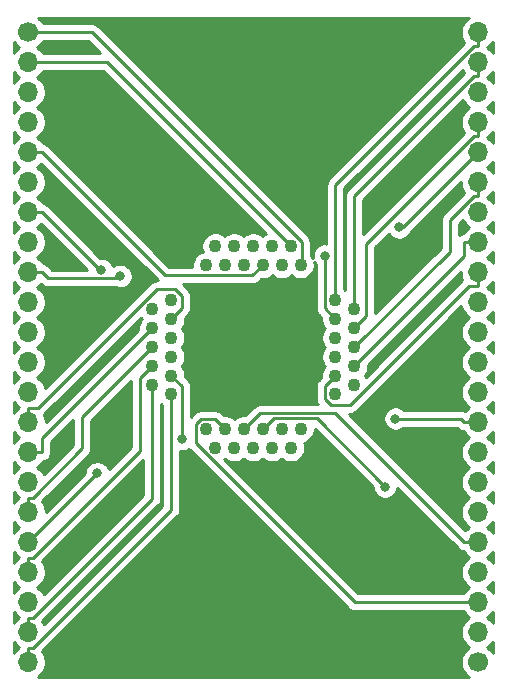
<source format=gbr>
%TF.GenerationSoftware,KiCad,Pcbnew,(5.1.9)-1*%
%TF.CreationDate,2021-03-20T14:40:20+09:00*%
%TF.ProjectId,converter_IC51-0444-467,636f6e76-6572-4746-9572-5f494335312d,1*%
%TF.SameCoordinates,Original*%
%TF.FileFunction,Copper,L1,Top*%
%TF.FilePolarity,Positive*%
%FSLAX46Y46*%
G04 Gerber Fmt 4.6, Leading zero omitted, Abs format (unit mm)*
G04 Created by KiCad (PCBNEW (5.1.9)-1) date 2021-03-20 14:40:20*
%MOMM*%
%LPD*%
G01*
G04 APERTURE LIST*
%TA.AperFunction,ComponentPad*%
%ADD10C,1.100000*%
%TD*%
%TA.AperFunction,ComponentPad*%
%ADD11O,1.700000X1.700000*%
%TD*%
%TA.AperFunction,ComponentPad*%
%ADD12C,1.700000*%
%TD*%
%TA.AperFunction,ViaPad*%
%ADD13C,0.800000*%
%TD*%
%TA.AperFunction,Conductor*%
%ADD14C,0.250000*%
%TD*%
%TA.AperFunction,NonConductor*%
%ADD15C,0.254000*%
%TD*%
%TA.AperFunction,NonConductor*%
%ADD16C,0.100000*%
%TD*%
G04 APERTURE END LIST*
D10*
%TO.P,J1,44*%
%TO.N,Net-(J1-Pad44)*%
X156950000Y-96000000D03*
%TO.P,J1,43*%
%TO.N,Net-(J1-Pad43)*%
X158550000Y-96800000D03*
%TO.P,J1,42*%
%TO.N,Net-(J1-Pad42)*%
X156950000Y-97600000D03*
%TO.P,J1,41*%
%TO.N,Net-(J1-Pad41)*%
X158550000Y-98400000D03*
%TO.P,J1,40*%
%TO.N,Net-(J1-Pad40)*%
X156950000Y-99200000D03*
%TO.P,J1,39*%
%TO.N,Net-(J1-Pad39)*%
X158550000Y-100000000D03*
%TO.P,J1,38*%
%TO.N,Net-(J1-Pad38)*%
X156950000Y-100800000D03*
%TO.P,J1,37*%
%TO.N,Net-(J1-Pad37)*%
X158550000Y-101600000D03*
%TO.P,J1,36*%
%TO.N,Net-(J1-Pad36)*%
X156950000Y-102400000D03*
%TO.P,J1,35*%
%TO.N,Net-(J1-Pad35)*%
X158550000Y-103200000D03*
%TO.P,J1,34*%
%TO.N,Net-(J1-Pad34)*%
X156950000Y-104000000D03*
%TO.P,J1,33*%
%TO.N,Net-(J1-Pad33)*%
X154000000Y-106950000D03*
%TO.P,J1,32*%
%TO.N,Net-(J1-Pad32)*%
X153200000Y-108550000D03*
%TO.P,J1,31*%
%TO.N,Net-(J1-Pad31)*%
X152400000Y-106950000D03*
%TO.P,J1,30*%
%TO.N,Net-(J1-Pad30)*%
X151600000Y-108550000D03*
%TO.P,J1,29*%
%TO.N,Net-(J1-Pad29)*%
X150800000Y-106950000D03*
%TO.P,J1,28*%
%TO.N,Net-(J1-Pad28)*%
X150000000Y-108550000D03*
%TO.P,J1,27*%
%TO.N,Net-(J1-Pad27)*%
X149200000Y-106950000D03*
%TO.P,J1,26*%
%TO.N,Net-(J1-Pad26)*%
X148400000Y-108550000D03*
%TO.P,J1,25*%
%TO.N,Net-(J1-Pad25)*%
X147600000Y-106950000D03*
%TO.P,J1,24*%
%TO.N,Net-(J1-Pad24)*%
X146800000Y-108550000D03*
%TO.P,J1,23*%
%TO.N,Net-(J1-Pad23)*%
X146000000Y-106950000D03*
%TO.P,J1,22*%
%TO.N,Net-(J1-Pad22)*%
X143050000Y-104000000D03*
%TO.P,J1,21*%
%TO.N,Net-(J1-Pad21)*%
X141450000Y-103200000D03*
%TO.P,J1,20*%
%TO.N,Net-(J1-Pad20)*%
X143050000Y-102400000D03*
%TO.P,J1,19*%
%TO.N,Net-(J1-Pad19)*%
X141450000Y-101600000D03*
%TO.P,J1,18*%
%TO.N,Net-(J1-Pad18)*%
X143050000Y-100800000D03*
%TO.P,J1,17*%
%TO.N,Net-(J1-Pad17)*%
X141450000Y-100000000D03*
%TO.P,J1,16*%
%TO.N,Net-(J1-Pad16)*%
X143050000Y-99200000D03*
%TO.P,J1,15*%
%TO.N,Net-(J1-Pad15)*%
X141450000Y-98400000D03*
%TO.P,J1,14*%
%TO.N,Net-(J1-Pad14)*%
X143050000Y-97600000D03*
%TO.P,J1,13*%
%TO.N,Net-(J1-Pad13)*%
X141450000Y-96800000D03*
%TO.P,J1,12*%
%TO.N,Net-(J1-Pad12)*%
X143050000Y-96000000D03*
%TO.P,J1,11*%
%TO.N,Net-(J1-Pad11)*%
X146000000Y-93050000D03*
%TO.P,J1,10*%
%TO.N,Net-(J1-Pad10)*%
X146800000Y-91450000D03*
%TO.P,J1,9*%
%TO.N,Net-(J1-Pad9)*%
X147600000Y-93050000D03*
%TO.P,J1,8*%
%TO.N,Net-(J1-Pad8)*%
X148400000Y-91450000D03*
%TO.P,J1,7*%
%TO.N,Net-(J1-Pad7)*%
X149200000Y-93050000D03*
%TO.P,J1,6*%
%TO.N,Net-(J1-Pad6)*%
X150000000Y-91450000D03*
%TO.P,J1,5*%
%TO.N,Net-(J1-Pad5)*%
X150800000Y-93050000D03*
%TO.P,J1,4*%
%TO.N,Net-(J1-Pad4)*%
X151600000Y-91450000D03*
%TO.P,J1,3*%
%TO.N,Net-(J1-Pad3)*%
X152400000Y-93050000D03*
%TO.P,J1,2*%
%TO.N,Net-(J1-Pad2)*%
X153200000Y-91450000D03*
%TO.P,J1,1*%
%TO.N,Net-(J1-Pad1)*%
X154000000Y-93050000D03*
%TD*%
D11*
%TO.P,J3,22*%
%TO.N,Net-(J1-Pad44)*%
X169050000Y-73330000D03*
%TO.P,J3,21*%
%TO.N,Net-(J1-Pad43)*%
X169050000Y-75870000D03*
%TO.P,J3,20*%
%TO.N,Net-(J1-Pad42)*%
X169050000Y-78410000D03*
%TO.P,J3,19*%
%TO.N,Net-(J1-Pad41)*%
X169050000Y-80950000D03*
%TO.P,J3,18*%
%TO.N,Net-(J1-Pad40)*%
X169050000Y-83490000D03*
%TO.P,J3,17*%
%TO.N,Net-(J1-Pad39)*%
X169050000Y-86030000D03*
%TO.P,J3,16*%
%TO.N,Net-(J1-Pad38)*%
X169050000Y-88570000D03*
%TO.P,J3,15*%
%TO.N,Net-(J1-Pad37)*%
X169050000Y-91110000D03*
%TO.P,J3,14*%
%TO.N,Net-(J1-Pad36)*%
X169050000Y-93650000D03*
%TO.P,J3,13*%
%TO.N,Net-(J1-Pad35)*%
X169050000Y-96190000D03*
%TO.P,J3,12*%
%TO.N,Net-(J1-Pad34)*%
X169050000Y-98730000D03*
%TO.P,J3,11*%
%TO.N,Net-(J1-Pad33)*%
X169050000Y-101270000D03*
%TO.P,J3,10*%
%TO.N,Net-(J1-Pad32)*%
X169050000Y-103810000D03*
%TO.P,J3,9*%
%TO.N,Net-(J1-Pad31)*%
X169050000Y-106350000D03*
%TO.P,J3,8*%
%TO.N,Net-(J1-Pad30)*%
X169050000Y-108890000D03*
%TO.P,J3,7*%
%TO.N,Net-(J1-Pad29)*%
X169050000Y-111430000D03*
%TO.P,J3,6*%
%TO.N,Net-(J1-Pad28)*%
X169050000Y-113970000D03*
%TO.P,J3,5*%
%TO.N,Net-(J1-Pad27)*%
X169050000Y-116510000D03*
%TO.P,J3,4*%
%TO.N,Net-(J1-Pad26)*%
X169050000Y-119050000D03*
%TO.P,J3,3*%
%TO.N,Net-(J1-Pad25)*%
X169050000Y-121590000D03*
%TO.P,J3,2*%
%TO.N,Net-(J1-Pad24)*%
X169050000Y-124130000D03*
D12*
%TO.P,J3,1*%
%TO.N,Net-(J1-Pad23)*%
X169050000Y-126670000D03*
%TD*%
D11*
%TO.P,J2,22*%
%TO.N,Net-(J1-Pad22)*%
X130950000Y-126670000D03*
%TO.P,J2,21*%
%TO.N,Net-(J1-Pad21)*%
X130950000Y-124130000D03*
%TO.P,J2,20*%
%TO.N,Net-(J1-Pad20)*%
X130950000Y-121590000D03*
%TO.P,J2,19*%
%TO.N,Net-(J1-Pad19)*%
X130950000Y-119050000D03*
%TO.P,J2,18*%
%TO.N,Net-(J1-Pad18)*%
X130950000Y-116510000D03*
%TO.P,J2,17*%
%TO.N,Net-(J1-Pad17)*%
X130950000Y-113970000D03*
%TO.P,J2,16*%
%TO.N,Net-(J1-Pad16)*%
X130950000Y-111430000D03*
%TO.P,J2,15*%
%TO.N,Net-(J1-Pad15)*%
X130950000Y-108890000D03*
%TO.P,J2,14*%
%TO.N,Net-(J1-Pad14)*%
X130950000Y-106350000D03*
%TO.P,J2,13*%
%TO.N,Net-(J1-Pad13)*%
X130950000Y-103810000D03*
%TO.P,J2,12*%
%TO.N,Net-(J1-Pad12)*%
X130950000Y-101270000D03*
%TO.P,J2,11*%
%TO.N,Net-(J1-Pad11)*%
X130950000Y-98730000D03*
%TO.P,J2,10*%
%TO.N,Net-(J1-Pad10)*%
X130950000Y-96190000D03*
%TO.P,J2,9*%
%TO.N,Net-(J1-Pad9)*%
X130950000Y-93650000D03*
%TO.P,J2,8*%
%TO.N,Net-(J1-Pad8)*%
X130950000Y-91110000D03*
%TO.P,J2,7*%
%TO.N,Net-(J1-Pad7)*%
X130950000Y-88570000D03*
%TO.P,J2,6*%
%TO.N,Net-(J1-Pad6)*%
X130950000Y-86030000D03*
%TO.P,J2,5*%
%TO.N,Net-(J1-Pad5)*%
X130950000Y-83490000D03*
%TO.P,J2,4*%
%TO.N,Net-(J1-Pad4)*%
X130950000Y-80950000D03*
%TO.P,J2,3*%
%TO.N,Net-(J1-Pad3)*%
X130950000Y-78410000D03*
%TO.P,J2,2*%
%TO.N,Net-(J1-Pad2)*%
X130950000Y-75870000D03*
D12*
%TO.P,J2,1*%
%TO.N,Net-(J1-Pad1)*%
X130950000Y-73330000D03*
%TD*%
D13*
%TO.N,Net-(J1-Pad42)*%
X156054100Y-92246200D03*
%TO.N,Net-(J1-Pad40)*%
X162357200Y-89852500D03*
%TO.N,Net-(J1-Pad31)*%
X162036200Y-106045900D03*
%TO.N,Net-(J1-Pad29)*%
X161153700Y-111803200D03*
%TO.N,Net-(J1-Pad20)*%
X143944300Y-107756200D03*
%TO.N,Net-(J1-Pad18)*%
X136789500Y-110670500D03*
%TO.N,Net-(J1-Pad9)*%
X138739900Y-93978900D03*
%TO.N,Net-(J1-Pad7)*%
X137123400Y-93454600D03*
%TD*%
D14*
%TO.N,Net-(J1-Pad44)*%
X156950000Y-96000000D02*
X156950000Y-86238000D01*
X156950000Y-86238000D02*
X168682700Y-74505300D01*
X168682700Y-74505300D02*
X169050000Y-74505300D01*
X169050000Y-73330000D02*
X169050000Y-74505300D01*
%TO.N,Net-(J1-Pad43)*%
X169050000Y-75870000D02*
X169050000Y-77045300D01*
X169050000Y-77045300D02*
X168682700Y-77045300D01*
X168682700Y-77045300D02*
X158550000Y-87178000D01*
X158550000Y-87178000D02*
X158550000Y-96800000D01*
%TO.N,Net-(J1-Pad42)*%
X156950000Y-97600000D02*
X156054100Y-96704100D01*
X156054100Y-96704100D02*
X156054100Y-92246200D01*
%TO.N,Net-(J1-Pad41)*%
X158550000Y-98400000D02*
X159575300Y-97374700D01*
X159575300Y-97374700D02*
X159575300Y-91232700D01*
X159575300Y-91232700D02*
X168682700Y-82125300D01*
X168682700Y-82125300D02*
X169050000Y-82125300D01*
X169050000Y-80950000D02*
X169050000Y-82125300D01*
%TO.N,Net-(J1-Pad40)*%
X169050000Y-83490000D02*
X162687500Y-89852500D01*
X162687500Y-89852500D02*
X162357200Y-89852500D01*
%TO.N,Net-(J1-Pad39)*%
X158550000Y-100000000D02*
X166650300Y-91899700D01*
X166650300Y-91899700D02*
X166650300Y-89237700D01*
X166650300Y-89237700D02*
X168682700Y-87205300D01*
X168682700Y-87205300D02*
X169050000Y-87205300D01*
X169050000Y-86030000D02*
X169050000Y-87205300D01*
%TO.N,Net-(J1-Pad37)*%
X169050000Y-91110000D02*
X167874700Y-91110000D01*
X167874700Y-91110000D02*
X167874700Y-92275300D01*
X167874700Y-92275300D02*
X158550000Y-101600000D01*
%TO.N,Net-(J1-Pad36)*%
X169050000Y-94825300D02*
X168256000Y-94825300D01*
X168256000Y-94825300D02*
X158202900Y-104878400D01*
X158202900Y-104878400D02*
X156588400Y-104878400D01*
X156588400Y-104878400D02*
X156052900Y-104342900D01*
X156052900Y-104342900D02*
X156052900Y-103297100D01*
X156052900Y-103297100D02*
X156950000Y-102400000D01*
X169050000Y-93650000D02*
X169050000Y-94825300D01*
%TO.N,Net-(J1-Pad31)*%
X167874700Y-106350000D02*
X167570600Y-106045900D01*
X167570600Y-106045900D02*
X162036200Y-106045900D01*
X169050000Y-106350000D02*
X167874700Y-106350000D01*
%TO.N,Net-(J1-Pad29)*%
X161153700Y-111803200D02*
X155379900Y-106029400D01*
X155379900Y-106029400D02*
X151720600Y-106029400D01*
X151720600Y-106029400D02*
X150800000Y-106950000D01*
%TO.N,Net-(J1-Pad27)*%
X167874700Y-116510000D02*
X156943800Y-105579100D01*
X156943800Y-105579100D02*
X150570900Y-105579100D01*
X150570900Y-105579100D02*
X149200000Y-106950000D01*
X169050000Y-116510000D02*
X167874700Y-116510000D01*
%TO.N,Net-(J1-Pad25)*%
X169050000Y-121590000D02*
X158593800Y-121590000D01*
X158593800Y-121590000D02*
X145124600Y-108120800D01*
X145124600Y-108120800D02*
X145124600Y-106525200D01*
X145124600Y-106525200D02*
X145575200Y-106074600D01*
X145575200Y-106074600D02*
X146724600Y-106074600D01*
X146724600Y-106074600D02*
X147600000Y-106950000D01*
%TO.N,Net-(J1-Pad22)*%
X143050000Y-104000000D02*
X143050000Y-113762000D01*
X143050000Y-113762000D02*
X131317300Y-125494700D01*
X131317300Y-125494700D02*
X130950000Y-125494700D01*
X130950000Y-126670000D02*
X130950000Y-125494700D01*
%TO.N,Net-(J1-Pad21)*%
X130950000Y-124130000D02*
X130950000Y-122954700D01*
X130950000Y-122954700D02*
X131317300Y-122954700D01*
X131317300Y-122954700D02*
X141450000Y-112822000D01*
X141450000Y-112822000D02*
X141450000Y-103200000D01*
%TO.N,Net-(J1-Pad20)*%
X143050000Y-102400000D02*
X143944300Y-103294300D01*
X143944300Y-103294300D02*
X143944300Y-107756200D01*
%TO.N,Net-(J1-Pad19)*%
X130950000Y-119050000D02*
X130950000Y-117874700D01*
X130950000Y-117874700D02*
X131317300Y-117874700D01*
X131317300Y-117874700D02*
X140424700Y-108767300D01*
X140424700Y-108767300D02*
X140424700Y-102625300D01*
X140424700Y-102625300D02*
X141450000Y-101600000D01*
%TO.N,Net-(J1-Pad18)*%
X130950000Y-116510000D02*
X136789500Y-110670500D01*
%TO.N,Net-(J1-Pad17)*%
X130950000Y-113970000D02*
X130950000Y-112794700D01*
X130950000Y-112794700D02*
X131317300Y-112794700D01*
X131317300Y-112794700D02*
X135538900Y-108573100D01*
X135538900Y-108573100D02*
X135538900Y-105911100D01*
X135538900Y-105911100D02*
X141450000Y-100000000D01*
%TO.N,Net-(J1-Pad15)*%
X132125300Y-108890000D02*
X132125300Y-107724700D01*
X132125300Y-107724700D02*
X141450000Y-98400000D01*
X130950000Y-108890000D02*
X132125300Y-108890000D01*
%TO.N,Net-(J1-Pad14)*%
X130950000Y-105174700D02*
X131755700Y-105174700D01*
X131755700Y-105174700D02*
X141825700Y-95104700D01*
X141825700Y-95104700D02*
X143404000Y-95104700D01*
X143404000Y-95104700D02*
X143965100Y-95665800D01*
X143965100Y-95665800D02*
X143965100Y-96684900D01*
X143965100Y-96684900D02*
X143050000Y-97600000D01*
X130950000Y-106350000D02*
X130950000Y-105174700D01*
%TO.N,Net-(J1-Pad9)*%
X132125300Y-93650000D02*
X132655800Y-94180500D01*
X132655800Y-94180500D02*
X138538300Y-94180500D01*
X138538300Y-94180500D02*
X138739900Y-93978900D01*
X130950000Y-93650000D02*
X132125300Y-93650000D01*
%TO.N,Net-(J1-Pad7)*%
X130950000Y-88570000D02*
X132125300Y-88570000D01*
X132125300Y-88570000D02*
X137009900Y-93454600D01*
X137009900Y-93454600D02*
X137123400Y-93454600D01*
%TO.N,Net-(J1-Pad5)*%
X130950000Y-83490000D02*
X132125300Y-83490000D01*
X132125300Y-83490000D02*
X142560700Y-93925400D01*
X142560700Y-93925400D02*
X149924600Y-93925400D01*
X149924600Y-93925400D02*
X150800000Y-93050000D01*
%TO.N,Net-(J1-Pad2)*%
X130950000Y-75870000D02*
X137620000Y-75870000D01*
X137620000Y-75870000D02*
X153200000Y-91450000D01*
%TO.N,Net-(J1-Pad1)*%
X130950000Y-73330000D02*
X136333300Y-73330000D01*
X136333300Y-73330000D02*
X154090600Y-91087300D01*
X154090600Y-91087300D02*
X154090600Y-92959400D01*
X154090600Y-92959400D02*
X154000000Y-93050000D01*
%TD*%
D15*
X144584599Y-108660801D02*
X144613603Y-108684604D01*
X158030001Y-122101003D01*
X158053799Y-122130001D01*
X158169524Y-122224974D01*
X158301553Y-122295546D01*
X158444814Y-122339003D01*
X158556467Y-122350000D01*
X158556476Y-122350000D01*
X158593799Y-122353676D01*
X158631122Y-122350000D01*
X167771822Y-122350000D01*
X167896525Y-122536632D01*
X168103368Y-122743475D01*
X168277760Y-122860000D01*
X168103368Y-122976525D01*
X167896525Y-123183368D01*
X167734010Y-123426589D01*
X167622068Y-123696842D01*
X167565000Y-123983740D01*
X167565000Y-124276260D01*
X167622068Y-124563158D01*
X167734010Y-124833411D01*
X167896525Y-125076632D01*
X168103368Y-125283475D01*
X168277760Y-125400000D01*
X168103368Y-125516525D01*
X167896525Y-125723368D01*
X167734010Y-125966589D01*
X167622068Y-126236842D01*
X167565000Y-126523740D01*
X167565000Y-126816260D01*
X167622068Y-127103158D01*
X167734010Y-127373411D01*
X167896525Y-127616632D01*
X168103368Y-127823475D01*
X168240345Y-127915000D01*
X131759655Y-127915000D01*
X131896632Y-127823475D01*
X132103475Y-127616632D01*
X132265990Y-127373411D01*
X132377932Y-127103158D01*
X132435000Y-126816260D01*
X132435000Y-126523740D01*
X132377932Y-126236842D01*
X132265990Y-125966589D01*
X132127491Y-125759310D01*
X143561008Y-114325795D01*
X143590001Y-114302001D01*
X143613795Y-114273008D01*
X143613799Y-114273004D01*
X143684973Y-114186277D01*
X143684974Y-114186276D01*
X143755546Y-114054247D01*
X143799003Y-113910986D01*
X143810000Y-113799333D01*
X143810000Y-113799324D01*
X143813676Y-113762001D01*
X143810000Y-113724678D01*
X143810000Y-108784763D01*
X143842361Y-108791200D01*
X144046239Y-108791200D01*
X144246198Y-108751426D01*
X144434556Y-108673405D01*
X144538141Y-108604192D01*
X144584599Y-108660801D01*
%TA.AperFunction,NonConductor*%
D16*
G36*
X144584599Y-108660801D02*
G01*
X144613603Y-108684604D01*
X158030001Y-122101003D01*
X158053799Y-122130001D01*
X158169524Y-122224974D01*
X158301553Y-122295546D01*
X158444814Y-122339003D01*
X158556467Y-122350000D01*
X158556476Y-122350000D01*
X158593799Y-122353676D01*
X158631122Y-122350000D01*
X167771822Y-122350000D01*
X167896525Y-122536632D01*
X168103368Y-122743475D01*
X168277760Y-122860000D01*
X168103368Y-122976525D01*
X167896525Y-123183368D01*
X167734010Y-123426589D01*
X167622068Y-123696842D01*
X167565000Y-123983740D01*
X167565000Y-124276260D01*
X167622068Y-124563158D01*
X167734010Y-124833411D01*
X167896525Y-125076632D01*
X168103368Y-125283475D01*
X168277760Y-125400000D01*
X168103368Y-125516525D01*
X167896525Y-125723368D01*
X167734010Y-125966589D01*
X167622068Y-126236842D01*
X167565000Y-126523740D01*
X167565000Y-126816260D01*
X167622068Y-127103158D01*
X167734010Y-127373411D01*
X167896525Y-127616632D01*
X168103368Y-127823475D01*
X168240345Y-127915000D01*
X131759655Y-127915000D01*
X131896632Y-127823475D01*
X132103475Y-127616632D01*
X132265990Y-127373411D01*
X132377932Y-127103158D01*
X132435000Y-126816260D01*
X132435000Y-126523740D01*
X132377932Y-126236842D01*
X132265990Y-125966589D01*
X132127491Y-125759310D01*
X143561008Y-114325795D01*
X143590001Y-114302001D01*
X143613795Y-114273008D01*
X143613799Y-114273004D01*
X143684973Y-114186277D01*
X143684974Y-114186276D01*
X143755546Y-114054247D01*
X143799003Y-113910986D01*
X143810000Y-113799333D01*
X143810000Y-113799324D01*
X143813676Y-113762001D01*
X143810000Y-113724678D01*
X143810000Y-108784763D01*
X143842361Y-108791200D01*
X144046239Y-108791200D01*
X144246198Y-108751426D01*
X144434556Y-108673405D01*
X144538141Y-108604192D01*
X144584599Y-108660801D01*
G37*
%TD.AperFunction*%
D15*
X129796525Y-125076632D02*
X130003368Y-125283475D01*
X130177760Y-125400000D01*
X130003368Y-125516525D01*
X129796525Y-125723368D01*
X129705000Y-125860345D01*
X129705000Y-124939655D01*
X129796525Y-125076632D01*
%TA.AperFunction,NonConductor*%
D16*
G36*
X129796525Y-125076632D02*
G01*
X130003368Y-125283475D01*
X130177760Y-125400000D01*
X130003368Y-125516525D01*
X129796525Y-125723368D01*
X129705000Y-125860345D01*
X129705000Y-124939655D01*
X129796525Y-125076632D01*
G37*
%TD.AperFunction*%
D15*
X170295000Y-125860345D02*
X170203475Y-125723368D01*
X169996632Y-125516525D01*
X169822240Y-125400000D01*
X169996632Y-125283475D01*
X170203475Y-125076632D01*
X170295000Y-124939655D01*
X170295000Y-125860345D01*
%TA.AperFunction,NonConductor*%
D16*
G36*
X170295000Y-125860345D02*
G01*
X170203475Y-125723368D01*
X169996632Y-125516525D01*
X169822240Y-125400000D01*
X169996632Y-125283475D01*
X170203475Y-125076632D01*
X170295000Y-124939655D01*
X170295000Y-125860345D01*
G37*
%TD.AperFunction*%
D15*
X142290000Y-104915844D02*
X142290001Y-113447196D01*
X132279059Y-123458140D01*
X132265990Y-123426589D01*
X132127491Y-123219310D01*
X141961004Y-113385798D01*
X141990001Y-113362001D01*
X142084974Y-113246276D01*
X142155546Y-113114247D01*
X142199003Y-112970986D01*
X142210000Y-112859333D01*
X142210000Y-112859325D01*
X142213676Y-112822000D01*
X142210000Y-112784675D01*
X142210000Y-104835844D01*
X142290000Y-104915844D01*
%TA.AperFunction,NonConductor*%
D16*
G36*
X142290000Y-104915844D02*
G01*
X142290001Y-113447196D01*
X132279059Y-123458140D01*
X132265990Y-123426589D01*
X132127491Y-123219310D01*
X141961004Y-113385798D01*
X141990001Y-113362001D01*
X142084974Y-113246276D01*
X142155546Y-113114247D01*
X142199003Y-112970986D01*
X142210000Y-112859333D01*
X142210000Y-112859325D01*
X142213676Y-112822000D01*
X142210000Y-112784675D01*
X142210000Y-104835844D01*
X142290000Y-104915844D01*
G37*
%TD.AperFunction*%
D15*
X129796525Y-122536632D02*
X130003368Y-122743475D01*
X130177760Y-122860000D01*
X130003368Y-122976525D01*
X129796525Y-123183368D01*
X129705000Y-123320345D01*
X129705000Y-122399655D01*
X129796525Y-122536632D01*
%TA.AperFunction,NonConductor*%
D16*
G36*
X129796525Y-122536632D02*
G01*
X130003368Y-122743475D01*
X130177760Y-122860000D01*
X130003368Y-122976525D01*
X129796525Y-123183368D01*
X129705000Y-123320345D01*
X129705000Y-122399655D01*
X129796525Y-122536632D01*
G37*
%TD.AperFunction*%
D15*
X170295000Y-123320345D02*
X170203475Y-123183368D01*
X169996632Y-122976525D01*
X169822240Y-122860000D01*
X169996632Y-122743475D01*
X170203475Y-122536632D01*
X170295000Y-122399655D01*
X170295000Y-123320345D01*
%TA.AperFunction,NonConductor*%
D16*
G36*
X170295000Y-123320345D02*
G01*
X170203475Y-123183368D01*
X169996632Y-122976525D01*
X169822240Y-122860000D01*
X169996632Y-122743475D01*
X170203475Y-122536632D01*
X170295000Y-122399655D01*
X170295000Y-123320345D01*
G37*
%TD.AperFunction*%
D15*
X140690000Y-112507198D02*
X132279059Y-120918140D01*
X132265990Y-120886589D01*
X132103475Y-120643368D01*
X131896632Y-120436525D01*
X131722240Y-120320000D01*
X131896632Y-120203475D01*
X132103475Y-119996632D01*
X132265990Y-119753411D01*
X132377932Y-119483158D01*
X132435000Y-119196260D01*
X132435000Y-118903740D01*
X132377932Y-118616842D01*
X132265990Y-118346589D01*
X132127491Y-118139310D01*
X140690000Y-109576802D01*
X140690000Y-112507198D01*
%TA.AperFunction,NonConductor*%
D16*
G36*
X140690000Y-112507198D02*
G01*
X132279059Y-120918140D01*
X132265990Y-120886589D01*
X132103475Y-120643368D01*
X131896632Y-120436525D01*
X131722240Y-120320000D01*
X131896632Y-120203475D01*
X132103475Y-119996632D01*
X132265990Y-119753411D01*
X132377932Y-119483158D01*
X132435000Y-119196260D01*
X132435000Y-118903740D01*
X132377932Y-118616842D01*
X132265990Y-118346589D01*
X132127491Y-118139310D01*
X140690000Y-109576802D01*
X140690000Y-112507198D01*
G37*
%TD.AperFunction*%
D15*
X160118700Y-111843002D02*
X160118700Y-111905139D01*
X160158474Y-112105098D01*
X160236495Y-112293456D01*
X160349763Y-112462974D01*
X160493926Y-112607137D01*
X160663444Y-112720405D01*
X160851802Y-112798426D01*
X161051761Y-112838200D01*
X161255639Y-112838200D01*
X161455598Y-112798426D01*
X161643956Y-112720405D01*
X161813474Y-112607137D01*
X161957637Y-112462974D01*
X162070905Y-112293456D01*
X162148926Y-112105098D01*
X162188700Y-111905139D01*
X162188700Y-111898802D01*
X167310901Y-117021003D01*
X167334699Y-117050001D01*
X167363697Y-117073799D01*
X167450423Y-117144974D01*
X167578459Y-117213411D01*
X167582453Y-117215546D01*
X167725714Y-117259003D01*
X167767204Y-117263089D01*
X167896525Y-117456632D01*
X168103368Y-117663475D01*
X168277760Y-117780000D01*
X168103368Y-117896525D01*
X167896525Y-118103368D01*
X167734010Y-118346589D01*
X167622068Y-118616842D01*
X167565000Y-118903740D01*
X167565000Y-119196260D01*
X167622068Y-119483158D01*
X167734010Y-119753411D01*
X167896525Y-119996632D01*
X168103368Y-120203475D01*
X168277760Y-120320000D01*
X168103368Y-120436525D01*
X167896525Y-120643368D01*
X167771822Y-120830000D01*
X158908602Y-120830000D01*
X147551592Y-109472991D01*
X147555394Y-109470450D01*
X147600000Y-109425844D01*
X147644606Y-109470450D01*
X147838692Y-109600134D01*
X148054348Y-109689461D01*
X148283288Y-109735000D01*
X148516712Y-109735000D01*
X148745652Y-109689461D01*
X148961308Y-109600134D01*
X149155394Y-109470450D01*
X149200000Y-109425844D01*
X149244606Y-109470450D01*
X149438692Y-109600134D01*
X149654348Y-109689461D01*
X149883288Y-109735000D01*
X150116712Y-109735000D01*
X150345652Y-109689461D01*
X150561308Y-109600134D01*
X150755394Y-109470450D01*
X150800000Y-109425844D01*
X150844606Y-109470450D01*
X151038692Y-109600134D01*
X151254348Y-109689461D01*
X151483288Y-109735000D01*
X151716712Y-109735000D01*
X151945652Y-109689461D01*
X152161308Y-109600134D01*
X152355394Y-109470450D01*
X152400000Y-109425844D01*
X152444606Y-109470450D01*
X152638692Y-109600134D01*
X152854348Y-109689461D01*
X153083288Y-109735000D01*
X153316712Y-109735000D01*
X153545652Y-109689461D01*
X153761308Y-109600134D01*
X153955394Y-109470450D01*
X154120450Y-109305394D01*
X154250134Y-109111308D01*
X154339461Y-108895652D01*
X154385000Y-108666712D01*
X154385000Y-108433288D01*
X154339461Y-108204348D01*
X154295967Y-108099344D01*
X154345652Y-108089461D01*
X154561308Y-108000134D01*
X154755394Y-107870450D01*
X154920450Y-107705394D01*
X155050134Y-107511308D01*
X155139461Y-107295652D01*
X155185000Y-107066712D01*
X155185000Y-106909301D01*
X160118700Y-111843002D01*
%TA.AperFunction,NonConductor*%
D16*
G36*
X160118700Y-111843002D02*
G01*
X160118700Y-111905139D01*
X160158474Y-112105098D01*
X160236495Y-112293456D01*
X160349763Y-112462974D01*
X160493926Y-112607137D01*
X160663444Y-112720405D01*
X160851802Y-112798426D01*
X161051761Y-112838200D01*
X161255639Y-112838200D01*
X161455598Y-112798426D01*
X161643956Y-112720405D01*
X161813474Y-112607137D01*
X161957637Y-112462974D01*
X162070905Y-112293456D01*
X162148926Y-112105098D01*
X162188700Y-111905139D01*
X162188700Y-111898802D01*
X167310901Y-117021003D01*
X167334699Y-117050001D01*
X167363697Y-117073799D01*
X167450423Y-117144974D01*
X167578459Y-117213411D01*
X167582453Y-117215546D01*
X167725714Y-117259003D01*
X167767204Y-117263089D01*
X167896525Y-117456632D01*
X168103368Y-117663475D01*
X168277760Y-117780000D01*
X168103368Y-117896525D01*
X167896525Y-118103368D01*
X167734010Y-118346589D01*
X167622068Y-118616842D01*
X167565000Y-118903740D01*
X167565000Y-119196260D01*
X167622068Y-119483158D01*
X167734010Y-119753411D01*
X167896525Y-119996632D01*
X168103368Y-120203475D01*
X168277760Y-120320000D01*
X168103368Y-120436525D01*
X167896525Y-120643368D01*
X167771822Y-120830000D01*
X158908602Y-120830000D01*
X147551592Y-109472991D01*
X147555394Y-109470450D01*
X147600000Y-109425844D01*
X147644606Y-109470450D01*
X147838692Y-109600134D01*
X148054348Y-109689461D01*
X148283288Y-109735000D01*
X148516712Y-109735000D01*
X148745652Y-109689461D01*
X148961308Y-109600134D01*
X149155394Y-109470450D01*
X149200000Y-109425844D01*
X149244606Y-109470450D01*
X149438692Y-109600134D01*
X149654348Y-109689461D01*
X149883288Y-109735000D01*
X150116712Y-109735000D01*
X150345652Y-109689461D01*
X150561308Y-109600134D01*
X150755394Y-109470450D01*
X150800000Y-109425844D01*
X150844606Y-109470450D01*
X151038692Y-109600134D01*
X151254348Y-109689461D01*
X151483288Y-109735000D01*
X151716712Y-109735000D01*
X151945652Y-109689461D01*
X152161308Y-109600134D01*
X152355394Y-109470450D01*
X152400000Y-109425844D01*
X152444606Y-109470450D01*
X152638692Y-109600134D01*
X152854348Y-109689461D01*
X153083288Y-109735000D01*
X153316712Y-109735000D01*
X153545652Y-109689461D01*
X153761308Y-109600134D01*
X153955394Y-109470450D01*
X154120450Y-109305394D01*
X154250134Y-109111308D01*
X154339461Y-108895652D01*
X154385000Y-108666712D01*
X154385000Y-108433288D01*
X154339461Y-108204348D01*
X154295967Y-108099344D01*
X154345652Y-108089461D01*
X154561308Y-108000134D01*
X154755394Y-107870450D01*
X154920450Y-107705394D01*
X155050134Y-107511308D01*
X155139461Y-107295652D01*
X155185000Y-107066712D01*
X155185000Y-106909301D01*
X160118700Y-111843002D01*
G37*
%TD.AperFunction*%
D15*
X170295000Y-120780345D02*
X170203475Y-120643368D01*
X169996632Y-120436525D01*
X169822240Y-120320000D01*
X169996632Y-120203475D01*
X170203475Y-119996632D01*
X170295000Y-119859655D01*
X170295000Y-120780345D01*
%TA.AperFunction,NonConductor*%
D16*
G36*
X170295000Y-120780345D02*
G01*
X170203475Y-120643368D01*
X169996632Y-120436525D01*
X169822240Y-120320000D01*
X169996632Y-120203475D01*
X170203475Y-119996632D01*
X170295000Y-119859655D01*
X170295000Y-120780345D01*
G37*
%TD.AperFunction*%
D15*
X129796525Y-119996632D02*
X130003368Y-120203475D01*
X130177760Y-120320000D01*
X130003368Y-120436525D01*
X129796525Y-120643368D01*
X129705000Y-120780345D01*
X129705000Y-119859655D01*
X129796525Y-119996632D01*
%TA.AperFunction,NonConductor*%
D16*
G36*
X129796525Y-119996632D02*
G01*
X130003368Y-120203475D01*
X130177760Y-120320000D01*
X130003368Y-120436525D01*
X129796525Y-120643368D01*
X129705000Y-120780345D01*
X129705000Y-119859655D01*
X129796525Y-119996632D01*
G37*
%TD.AperFunction*%
D15*
X170295000Y-118240345D02*
X170203475Y-118103368D01*
X169996632Y-117896525D01*
X169822240Y-117780000D01*
X169996632Y-117663475D01*
X170203475Y-117456632D01*
X170295000Y-117319655D01*
X170295000Y-118240345D01*
%TA.AperFunction,NonConductor*%
D16*
G36*
X170295000Y-118240345D02*
G01*
X170203475Y-118103368D01*
X169996632Y-117896525D01*
X169822240Y-117780000D01*
X169996632Y-117663475D01*
X170203475Y-117456632D01*
X170295000Y-117319655D01*
X170295000Y-118240345D01*
G37*
%TD.AperFunction*%
D15*
X129796525Y-117456632D02*
X130003368Y-117663475D01*
X130177760Y-117780000D01*
X130003368Y-117896525D01*
X129796525Y-118103368D01*
X129705000Y-118240345D01*
X129705000Y-117319655D01*
X129796525Y-117456632D01*
%TA.AperFunction,NonConductor*%
D16*
G36*
X129796525Y-117456632D02*
G01*
X130003368Y-117663475D01*
X130177760Y-117780000D01*
X130003368Y-117896525D01*
X129796525Y-118103368D01*
X129705000Y-118240345D01*
X129705000Y-117319655D01*
X129796525Y-117456632D01*
G37*
%TD.AperFunction*%
D15*
X170295000Y-115700345D02*
X170203475Y-115563368D01*
X169996632Y-115356525D01*
X169822240Y-115240000D01*
X169996632Y-115123475D01*
X170203475Y-114916632D01*
X170295000Y-114779655D01*
X170295000Y-115700345D01*
%TA.AperFunction,NonConductor*%
D16*
G36*
X170295000Y-115700345D02*
G01*
X170203475Y-115563368D01*
X169996632Y-115356525D01*
X169822240Y-115240000D01*
X169996632Y-115123475D01*
X170203475Y-114916632D01*
X170295000Y-114779655D01*
X170295000Y-115700345D01*
G37*
%TD.AperFunction*%
D15*
X129796525Y-114916632D02*
X130003368Y-115123475D01*
X130177760Y-115240000D01*
X130003368Y-115356525D01*
X129796525Y-115563368D01*
X129705000Y-115700345D01*
X129705000Y-114779655D01*
X129796525Y-114916632D01*
%TA.AperFunction,NonConductor*%
D16*
G36*
X129796525Y-114916632D02*
G01*
X130003368Y-115123475D01*
X130177760Y-115240000D01*
X130003368Y-115356525D01*
X129796525Y-115563368D01*
X129705000Y-115700345D01*
X129705000Y-114779655D01*
X129796525Y-114916632D01*
G37*
%TD.AperFunction*%
D15*
X167622068Y-96623158D02*
X167734010Y-96893411D01*
X167896525Y-97136632D01*
X168103368Y-97343475D01*
X168277760Y-97460000D01*
X168103368Y-97576525D01*
X167896525Y-97783368D01*
X167734010Y-98026589D01*
X167622068Y-98296842D01*
X167565000Y-98583740D01*
X167565000Y-98876260D01*
X167622068Y-99163158D01*
X167734010Y-99433411D01*
X167896525Y-99676632D01*
X168103368Y-99883475D01*
X168277760Y-100000000D01*
X168103368Y-100116525D01*
X167896525Y-100323368D01*
X167734010Y-100566589D01*
X167622068Y-100836842D01*
X167565000Y-101123740D01*
X167565000Y-101416260D01*
X167622068Y-101703158D01*
X167734010Y-101973411D01*
X167896525Y-102216632D01*
X168103368Y-102423475D01*
X168277760Y-102540000D01*
X168103368Y-102656525D01*
X167896525Y-102863368D01*
X167734010Y-103106589D01*
X167622068Y-103376842D01*
X167565000Y-103663740D01*
X167565000Y-103956260D01*
X167622068Y-104243158D01*
X167734010Y-104513411D01*
X167896525Y-104756632D01*
X168103368Y-104963475D01*
X168277760Y-105080000D01*
X168103368Y-105196525D01*
X167925858Y-105374035D01*
X167862847Y-105340354D01*
X167719586Y-105296897D01*
X167607933Y-105285900D01*
X167607922Y-105285900D01*
X167570600Y-105282224D01*
X167533278Y-105285900D01*
X162739911Y-105285900D01*
X162695974Y-105241963D01*
X162526456Y-105128695D01*
X162338098Y-105050674D01*
X162138139Y-105010900D01*
X161934261Y-105010900D01*
X161734302Y-105050674D01*
X161545944Y-105128695D01*
X161376426Y-105241963D01*
X161232263Y-105386126D01*
X161118995Y-105555644D01*
X161040974Y-105744002D01*
X161001200Y-105943961D01*
X161001200Y-106147839D01*
X161040974Y-106347798D01*
X161118995Y-106536156D01*
X161232263Y-106705674D01*
X161376426Y-106849837D01*
X161545944Y-106963105D01*
X161734302Y-107041126D01*
X161934261Y-107080900D01*
X162138139Y-107080900D01*
X162338098Y-107041126D01*
X162526456Y-106963105D01*
X162695974Y-106849837D01*
X162739911Y-106805900D01*
X167255799Y-106805900D01*
X167310896Y-106860997D01*
X167334699Y-106890001D01*
X167450424Y-106984974D01*
X167582453Y-107055546D01*
X167725714Y-107099003D01*
X167767204Y-107103089D01*
X167896525Y-107296632D01*
X168103368Y-107503475D01*
X168277760Y-107620000D01*
X168103368Y-107736525D01*
X167896525Y-107943368D01*
X167734010Y-108186589D01*
X167622068Y-108456842D01*
X167565000Y-108743740D01*
X167565000Y-109036260D01*
X167622068Y-109323158D01*
X167734010Y-109593411D01*
X167896525Y-109836632D01*
X168103368Y-110043475D01*
X168277760Y-110160000D01*
X168103368Y-110276525D01*
X167896525Y-110483368D01*
X167734010Y-110726589D01*
X167622068Y-110996842D01*
X167565000Y-111283740D01*
X167565000Y-111576260D01*
X167622068Y-111863158D01*
X167734010Y-112133411D01*
X167896525Y-112376632D01*
X168103368Y-112583475D01*
X168277760Y-112700000D01*
X168103368Y-112816525D01*
X167896525Y-113023368D01*
X167734010Y-113266589D01*
X167622068Y-113536842D01*
X167565000Y-113823740D01*
X167565000Y-114116260D01*
X167622068Y-114403158D01*
X167734010Y-114673411D01*
X167896525Y-114916632D01*
X168103368Y-115123475D01*
X168277760Y-115240000D01*
X168103368Y-115356525D01*
X167949697Y-115510196D01*
X158077901Y-105638400D01*
X158165578Y-105638400D01*
X158202900Y-105642076D01*
X158240222Y-105638400D01*
X158240233Y-105638400D01*
X158351886Y-105627403D01*
X158495147Y-105583946D01*
X158627176Y-105513374D01*
X158742901Y-105418401D01*
X158766704Y-105389397D01*
X167607281Y-96548821D01*
X167622068Y-96623158D01*
%TA.AperFunction,NonConductor*%
D16*
G36*
X167622068Y-96623158D02*
G01*
X167734010Y-96893411D01*
X167896525Y-97136632D01*
X168103368Y-97343475D01*
X168277760Y-97460000D01*
X168103368Y-97576525D01*
X167896525Y-97783368D01*
X167734010Y-98026589D01*
X167622068Y-98296842D01*
X167565000Y-98583740D01*
X167565000Y-98876260D01*
X167622068Y-99163158D01*
X167734010Y-99433411D01*
X167896525Y-99676632D01*
X168103368Y-99883475D01*
X168277760Y-100000000D01*
X168103368Y-100116525D01*
X167896525Y-100323368D01*
X167734010Y-100566589D01*
X167622068Y-100836842D01*
X167565000Y-101123740D01*
X167565000Y-101416260D01*
X167622068Y-101703158D01*
X167734010Y-101973411D01*
X167896525Y-102216632D01*
X168103368Y-102423475D01*
X168277760Y-102540000D01*
X168103368Y-102656525D01*
X167896525Y-102863368D01*
X167734010Y-103106589D01*
X167622068Y-103376842D01*
X167565000Y-103663740D01*
X167565000Y-103956260D01*
X167622068Y-104243158D01*
X167734010Y-104513411D01*
X167896525Y-104756632D01*
X168103368Y-104963475D01*
X168277760Y-105080000D01*
X168103368Y-105196525D01*
X167925858Y-105374035D01*
X167862847Y-105340354D01*
X167719586Y-105296897D01*
X167607933Y-105285900D01*
X167607922Y-105285900D01*
X167570600Y-105282224D01*
X167533278Y-105285900D01*
X162739911Y-105285900D01*
X162695974Y-105241963D01*
X162526456Y-105128695D01*
X162338098Y-105050674D01*
X162138139Y-105010900D01*
X161934261Y-105010900D01*
X161734302Y-105050674D01*
X161545944Y-105128695D01*
X161376426Y-105241963D01*
X161232263Y-105386126D01*
X161118995Y-105555644D01*
X161040974Y-105744002D01*
X161001200Y-105943961D01*
X161001200Y-106147839D01*
X161040974Y-106347798D01*
X161118995Y-106536156D01*
X161232263Y-106705674D01*
X161376426Y-106849837D01*
X161545944Y-106963105D01*
X161734302Y-107041126D01*
X161934261Y-107080900D01*
X162138139Y-107080900D01*
X162338098Y-107041126D01*
X162526456Y-106963105D01*
X162695974Y-106849837D01*
X162739911Y-106805900D01*
X167255799Y-106805900D01*
X167310896Y-106860997D01*
X167334699Y-106890001D01*
X167450424Y-106984974D01*
X167582453Y-107055546D01*
X167725714Y-107099003D01*
X167767204Y-107103089D01*
X167896525Y-107296632D01*
X168103368Y-107503475D01*
X168277760Y-107620000D01*
X168103368Y-107736525D01*
X167896525Y-107943368D01*
X167734010Y-108186589D01*
X167622068Y-108456842D01*
X167565000Y-108743740D01*
X167565000Y-109036260D01*
X167622068Y-109323158D01*
X167734010Y-109593411D01*
X167896525Y-109836632D01*
X168103368Y-110043475D01*
X168277760Y-110160000D01*
X168103368Y-110276525D01*
X167896525Y-110483368D01*
X167734010Y-110726589D01*
X167622068Y-110996842D01*
X167565000Y-111283740D01*
X167565000Y-111576260D01*
X167622068Y-111863158D01*
X167734010Y-112133411D01*
X167896525Y-112376632D01*
X168103368Y-112583475D01*
X168277760Y-112700000D01*
X168103368Y-112816525D01*
X167896525Y-113023368D01*
X167734010Y-113266589D01*
X167622068Y-113536842D01*
X167565000Y-113823740D01*
X167565000Y-114116260D01*
X167622068Y-114403158D01*
X167734010Y-114673411D01*
X167896525Y-114916632D01*
X168103368Y-115123475D01*
X168277760Y-115240000D01*
X168103368Y-115356525D01*
X167949697Y-115510196D01*
X158077901Y-105638400D01*
X158165578Y-105638400D01*
X158202900Y-105642076D01*
X158240222Y-105638400D01*
X158240233Y-105638400D01*
X158351886Y-105627403D01*
X158495147Y-105583946D01*
X158627176Y-105513374D01*
X158742901Y-105418401D01*
X158766704Y-105389397D01*
X167607281Y-96548821D01*
X167622068Y-96623158D01*
G37*
%TD.AperFunction*%
D15*
X139664700Y-108452498D02*
X137774144Y-110343054D01*
X137706705Y-110180244D01*
X137593437Y-110010726D01*
X137449274Y-109866563D01*
X137279756Y-109753295D01*
X137091398Y-109675274D01*
X136891439Y-109635500D01*
X136687561Y-109635500D01*
X136487602Y-109675274D01*
X136299244Y-109753295D01*
X136129726Y-109866563D01*
X135985563Y-110010726D01*
X135872295Y-110180244D01*
X135794274Y-110368602D01*
X135754500Y-110568561D01*
X135754500Y-110630698D01*
X132435000Y-113950199D01*
X132435000Y-113823740D01*
X132377932Y-113536842D01*
X132265990Y-113266589D01*
X132127491Y-113059310D01*
X136049904Y-109136898D01*
X136078901Y-109113101D01*
X136122852Y-109059547D01*
X136173874Y-108997377D01*
X136244446Y-108865347D01*
X136244446Y-108865346D01*
X136287903Y-108722086D01*
X136298900Y-108610433D01*
X136298900Y-108610423D01*
X136302576Y-108573100D01*
X136298900Y-108535777D01*
X136298900Y-106225901D01*
X139664701Y-102860101D01*
X139664700Y-108452498D01*
%TA.AperFunction,NonConductor*%
D16*
G36*
X139664700Y-108452498D02*
G01*
X137774144Y-110343054D01*
X137706705Y-110180244D01*
X137593437Y-110010726D01*
X137449274Y-109866563D01*
X137279756Y-109753295D01*
X137091398Y-109675274D01*
X136891439Y-109635500D01*
X136687561Y-109635500D01*
X136487602Y-109675274D01*
X136299244Y-109753295D01*
X136129726Y-109866563D01*
X135985563Y-110010726D01*
X135872295Y-110180244D01*
X135794274Y-110368602D01*
X135754500Y-110568561D01*
X135754500Y-110630698D01*
X132435000Y-113950199D01*
X132435000Y-113823740D01*
X132377932Y-113536842D01*
X132265990Y-113266589D01*
X132127491Y-113059310D01*
X136049904Y-109136898D01*
X136078901Y-109113101D01*
X136122852Y-109059547D01*
X136173874Y-108997377D01*
X136244446Y-108865347D01*
X136244446Y-108865346D01*
X136287903Y-108722086D01*
X136298900Y-108610433D01*
X136298900Y-108610423D01*
X136302576Y-108573100D01*
X136298900Y-108535777D01*
X136298900Y-106225901D01*
X139664701Y-102860101D01*
X139664700Y-108452498D01*
G37*
%TD.AperFunction*%
D15*
X129796525Y-112376632D02*
X130003368Y-112583475D01*
X130177760Y-112700000D01*
X130003368Y-112816525D01*
X129796525Y-113023368D01*
X129705000Y-113160345D01*
X129705000Y-112239655D01*
X129796525Y-112376632D01*
%TA.AperFunction,NonConductor*%
D16*
G36*
X129796525Y-112376632D02*
G01*
X130003368Y-112583475D01*
X130177760Y-112700000D01*
X130003368Y-112816525D01*
X129796525Y-113023368D01*
X129705000Y-113160345D01*
X129705000Y-112239655D01*
X129796525Y-112376632D01*
G37*
%TD.AperFunction*%
D15*
X170295000Y-113160345D02*
X170203475Y-113023368D01*
X169996632Y-112816525D01*
X169822240Y-112700000D01*
X169996632Y-112583475D01*
X170203475Y-112376632D01*
X170295000Y-112239655D01*
X170295000Y-113160345D01*
%TA.AperFunction,NonConductor*%
D16*
G36*
X170295000Y-113160345D02*
G01*
X170203475Y-113023368D01*
X169996632Y-112816525D01*
X169822240Y-112700000D01*
X169996632Y-112583475D01*
X170203475Y-112376632D01*
X170295000Y-112239655D01*
X170295000Y-113160345D01*
G37*
%TD.AperFunction*%
D15*
X134778900Y-108258298D02*
X132279059Y-110758140D01*
X132265990Y-110726589D01*
X132103475Y-110483368D01*
X131896632Y-110276525D01*
X131722240Y-110160000D01*
X131896632Y-110043475D01*
X132103475Y-109836632D01*
X132232796Y-109643089D01*
X132274286Y-109639003D01*
X132417547Y-109595546D01*
X132549576Y-109524974D01*
X132665301Y-109430001D01*
X132760274Y-109314276D01*
X132830846Y-109182247D01*
X132874303Y-109038986D01*
X132888977Y-108890000D01*
X132885300Y-108852667D01*
X132885300Y-108039501D01*
X134778901Y-106145900D01*
X134778900Y-108258298D01*
%TA.AperFunction,NonConductor*%
D16*
G36*
X134778900Y-108258298D02*
G01*
X132279059Y-110758140D01*
X132265990Y-110726589D01*
X132103475Y-110483368D01*
X131896632Y-110276525D01*
X131722240Y-110160000D01*
X131896632Y-110043475D01*
X132103475Y-109836632D01*
X132232796Y-109643089D01*
X132274286Y-109639003D01*
X132417547Y-109595546D01*
X132549576Y-109524974D01*
X132665301Y-109430001D01*
X132760274Y-109314276D01*
X132830846Y-109182247D01*
X132874303Y-109038986D01*
X132888977Y-108890000D01*
X132885300Y-108852667D01*
X132885300Y-108039501D01*
X134778901Y-106145900D01*
X134778900Y-108258298D01*
G37*
%TD.AperFunction*%
D15*
X129796525Y-109836632D02*
X130003368Y-110043475D01*
X130177760Y-110160000D01*
X130003368Y-110276525D01*
X129796525Y-110483368D01*
X129705000Y-110620345D01*
X129705000Y-109699655D01*
X129796525Y-109836632D01*
%TA.AperFunction,NonConductor*%
D16*
G36*
X129796525Y-109836632D02*
G01*
X130003368Y-110043475D01*
X130177760Y-110160000D01*
X130003368Y-110276525D01*
X129796525Y-110483368D01*
X129705000Y-110620345D01*
X129705000Y-109699655D01*
X129796525Y-109836632D01*
G37*
%TD.AperFunction*%
D15*
X170295000Y-110620345D02*
X170203475Y-110483368D01*
X169996632Y-110276525D01*
X169822240Y-110160000D01*
X169996632Y-110043475D01*
X170203475Y-109836632D01*
X170295000Y-109699655D01*
X170295000Y-110620345D01*
%TA.AperFunction,NonConductor*%
D16*
G36*
X170295000Y-110620345D02*
G01*
X170203475Y-110483368D01*
X169996632Y-110276525D01*
X169822240Y-110160000D01*
X169996632Y-110043475D01*
X170203475Y-109836632D01*
X170295000Y-109699655D01*
X170295000Y-110620345D01*
G37*
%TD.AperFunction*%
D15*
X129796525Y-107296632D02*
X130003368Y-107503475D01*
X130177760Y-107620000D01*
X130003368Y-107736525D01*
X129796525Y-107943368D01*
X129705000Y-108080345D01*
X129705000Y-107159655D01*
X129796525Y-107296632D01*
%TA.AperFunction,NonConductor*%
D16*
G36*
X129796525Y-107296632D02*
G01*
X130003368Y-107503475D01*
X130177760Y-107620000D01*
X130003368Y-107736525D01*
X129796525Y-107943368D01*
X129705000Y-108080345D01*
X129705000Y-107159655D01*
X129796525Y-107296632D01*
G37*
%TD.AperFunction*%
D15*
X170295000Y-108080345D02*
X170203475Y-107943368D01*
X169996632Y-107736525D01*
X169822240Y-107620000D01*
X169996632Y-107503475D01*
X170203475Y-107296632D01*
X170295000Y-107159655D01*
X170295000Y-108080345D01*
%TA.AperFunction,NonConductor*%
D16*
G36*
X170295000Y-108080345D02*
G01*
X170203475Y-107943368D01*
X169996632Y-107736525D01*
X169822240Y-107620000D01*
X169996632Y-107503475D01*
X170203475Y-107296632D01*
X170295000Y-107159655D01*
X170295000Y-108080345D01*
G37*
%TD.AperFunction*%
D15*
X140529550Y-97555394D02*
X140574156Y-97600000D01*
X140529550Y-97644606D01*
X140399866Y-97838692D01*
X140310539Y-98054348D01*
X140265000Y-98283288D01*
X140265000Y-98510198D01*
X132435000Y-106340199D01*
X132435000Y-106203740D01*
X132377932Y-105916842D01*
X132294583Y-105715619D01*
X132295701Y-105714701D01*
X132319504Y-105685697D01*
X140497610Y-97507592D01*
X140529550Y-97555394D01*
%TA.AperFunction,NonConductor*%
D16*
G36*
X140529550Y-97555394D02*
G01*
X140574156Y-97600000D01*
X140529550Y-97644606D01*
X140399866Y-97838692D01*
X140310539Y-98054348D01*
X140265000Y-98283288D01*
X140265000Y-98510198D01*
X132435000Y-106340199D01*
X132435000Y-106203740D01*
X132377932Y-105916842D01*
X132294583Y-105715619D01*
X132295701Y-105714701D01*
X132319504Y-105685697D01*
X140497610Y-97507592D01*
X140529550Y-97555394D01*
G37*
%TD.AperFunction*%
D15*
X155250163Y-92905974D02*
X155294101Y-92949912D01*
X155294100Y-96666777D01*
X155290424Y-96704100D01*
X155294100Y-96741422D01*
X155294100Y-96741432D01*
X155305097Y-96853085D01*
X155342730Y-96977147D01*
X155348554Y-96996346D01*
X155419126Y-97128376D01*
X155457983Y-97175723D01*
X155514099Y-97244101D01*
X155543102Y-97267903D01*
X155765000Y-97489801D01*
X155765000Y-97716712D01*
X155810539Y-97945652D01*
X155899866Y-98161308D01*
X156029550Y-98355394D01*
X156074156Y-98400000D01*
X156029550Y-98444606D01*
X155899866Y-98638692D01*
X155810539Y-98854348D01*
X155765000Y-99083288D01*
X155765000Y-99316712D01*
X155810539Y-99545652D01*
X155899866Y-99761308D01*
X156029550Y-99955394D01*
X156074156Y-100000000D01*
X156029550Y-100044606D01*
X155899866Y-100238692D01*
X155810539Y-100454348D01*
X155765000Y-100683288D01*
X155765000Y-100916712D01*
X155810539Y-101145652D01*
X155899866Y-101361308D01*
X156029550Y-101555394D01*
X156074156Y-101600000D01*
X156029550Y-101644606D01*
X155899866Y-101838692D01*
X155810539Y-102054348D01*
X155765000Y-102283288D01*
X155765000Y-102510199D01*
X155541898Y-102733301D01*
X155512900Y-102757099D01*
X155489102Y-102786097D01*
X155489101Y-102786098D01*
X155417926Y-102872824D01*
X155347354Y-103004854D01*
X155333352Y-103051014D01*
X155304748Y-103145314D01*
X155303898Y-103148115D01*
X155289224Y-103297100D01*
X155292901Y-103334432D01*
X155292900Y-104305577D01*
X155289224Y-104342900D01*
X155292900Y-104380222D01*
X155292900Y-104380232D01*
X155303897Y-104491885D01*
X155332493Y-104586154D01*
X155347354Y-104635146D01*
X155417926Y-104767176D01*
X155457523Y-104815424D01*
X155460539Y-104819100D01*
X150608222Y-104819100D01*
X150570899Y-104815424D01*
X150533576Y-104819100D01*
X150533567Y-104819100D01*
X150421914Y-104830097D01*
X150278653Y-104873554D01*
X150146624Y-104944126D01*
X150030899Y-105039099D01*
X150007101Y-105068097D01*
X149310199Y-105765000D01*
X149083288Y-105765000D01*
X148854348Y-105810539D01*
X148638692Y-105899866D01*
X148444606Y-106029550D01*
X148400000Y-106074156D01*
X148355394Y-106029550D01*
X148161308Y-105899866D01*
X147945652Y-105810539D01*
X147716712Y-105765000D01*
X147489801Y-105765000D01*
X147288403Y-105563602D01*
X147264601Y-105534599D01*
X147148876Y-105439626D01*
X147016847Y-105369054D01*
X146873586Y-105325597D01*
X146761933Y-105314600D01*
X146761922Y-105314600D01*
X146724600Y-105310924D01*
X146687278Y-105314600D01*
X145612525Y-105314600D01*
X145575200Y-105310924D01*
X145537875Y-105314600D01*
X145537867Y-105314600D01*
X145426214Y-105325597D01*
X145282953Y-105369054D01*
X145150924Y-105439626D01*
X145035199Y-105534599D01*
X145011396Y-105563603D01*
X144704300Y-105870699D01*
X144704300Y-103331622D01*
X144707976Y-103294299D01*
X144704300Y-103256976D01*
X144704300Y-103256967D01*
X144693303Y-103145314D01*
X144649846Y-103002053D01*
X144579274Y-102870024D01*
X144484301Y-102754299D01*
X144455304Y-102730502D01*
X144235000Y-102510198D01*
X144235000Y-102283288D01*
X144189461Y-102054348D01*
X144100134Y-101838692D01*
X143970450Y-101644606D01*
X143925844Y-101600000D01*
X143970450Y-101555394D01*
X144100134Y-101361308D01*
X144189461Y-101145652D01*
X144235000Y-100916712D01*
X144235000Y-100683288D01*
X144189461Y-100454348D01*
X144100134Y-100238692D01*
X143970450Y-100044606D01*
X143925844Y-100000000D01*
X143970450Y-99955394D01*
X144100134Y-99761308D01*
X144189461Y-99545652D01*
X144235000Y-99316712D01*
X144235000Y-99083288D01*
X144189461Y-98854348D01*
X144100134Y-98638692D01*
X143970450Y-98444606D01*
X143925844Y-98400000D01*
X143970450Y-98355394D01*
X144100134Y-98161308D01*
X144189461Y-97945652D01*
X144235000Y-97716712D01*
X144235000Y-97489802D01*
X144476103Y-97248699D01*
X144505101Y-97224901D01*
X144600074Y-97109176D01*
X144670646Y-96977147D01*
X144714103Y-96833886D01*
X144725100Y-96722233D01*
X144725100Y-96722223D01*
X144728776Y-96684900D01*
X144725100Y-96647577D01*
X144725100Y-95703122D01*
X144728776Y-95665799D01*
X144725100Y-95628476D01*
X144725100Y-95628467D01*
X144714103Y-95516814D01*
X144670646Y-95373553D01*
X144600074Y-95241524D01*
X144505101Y-95125799D01*
X144476103Y-95102002D01*
X144059501Y-94685400D01*
X149887278Y-94685400D01*
X149924600Y-94689076D01*
X149961922Y-94685400D01*
X149961933Y-94685400D01*
X150073586Y-94674403D01*
X150216847Y-94630946D01*
X150348876Y-94560374D01*
X150464601Y-94465401D01*
X150488403Y-94436398D01*
X150689801Y-94235000D01*
X150916712Y-94235000D01*
X151145652Y-94189461D01*
X151361308Y-94100134D01*
X151555394Y-93970450D01*
X151600000Y-93925844D01*
X151644606Y-93970450D01*
X151838692Y-94100134D01*
X152054348Y-94189461D01*
X152283288Y-94235000D01*
X152516712Y-94235000D01*
X152745652Y-94189461D01*
X152961308Y-94100134D01*
X153155394Y-93970450D01*
X153200000Y-93925844D01*
X153244606Y-93970450D01*
X153438692Y-94100134D01*
X153654348Y-94189461D01*
X153883288Y-94235000D01*
X154116712Y-94235000D01*
X154345652Y-94189461D01*
X154561308Y-94100134D01*
X154755394Y-93970450D01*
X154920450Y-93805394D01*
X155050134Y-93611308D01*
X155139461Y-93395652D01*
X155185000Y-93166712D01*
X155185000Y-92933288D01*
X155149643Y-92755534D01*
X155250163Y-92905974D01*
%TA.AperFunction,NonConductor*%
D16*
G36*
X155250163Y-92905974D02*
G01*
X155294101Y-92949912D01*
X155294100Y-96666777D01*
X155290424Y-96704100D01*
X155294100Y-96741422D01*
X155294100Y-96741432D01*
X155305097Y-96853085D01*
X155342730Y-96977147D01*
X155348554Y-96996346D01*
X155419126Y-97128376D01*
X155457983Y-97175723D01*
X155514099Y-97244101D01*
X155543102Y-97267903D01*
X155765000Y-97489801D01*
X155765000Y-97716712D01*
X155810539Y-97945652D01*
X155899866Y-98161308D01*
X156029550Y-98355394D01*
X156074156Y-98400000D01*
X156029550Y-98444606D01*
X155899866Y-98638692D01*
X155810539Y-98854348D01*
X155765000Y-99083288D01*
X155765000Y-99316712D01*
X155810539Y-99545652D01*
X155899866Y-99761308D01*
X156029550Y-99955394D01*
X156074156Y-100000000D01*
X156029550Y-100044606D01*
X155899866Y-100238692D01*
X155810539Y-100454348D01*
X155765000Y-100683288D01*
X155765000Y-100916712D01*
X155810539Y-101145652D01*
X155899866Y-101361308D01*
X156029550Y-101555394D01*
X156074156Y-101600000D01*
X156029550Y-101644606D01*
X155899866Y-101838692D01*
X155810539Y-102054348D01*
X155765000Y-102283288D01*
X155765000Y-102510199D01*
X155541898Y-102733301D01*
X155512900Y-102757099D01*
X155489102Y-102786097D01*
X155489101Y-102786098D01*
X155417926Y-102872824D01*
X155347354Y-103004854D01*
X155333352Y-103051014D01*
X155304748Y-103145314D01*
X155303898Y-103148115D01*
X155289224Y-103297100D01*
X155292901Y-103334432D01*
X155292900Y-104305577D01*
X155289224Y-104342900D01*
X155292900Y-104380222D01*
X155292900Y-104380232D01*
X155303897Y-104491885D01*
X155332493Y-104586154D01*
X155347354Y-104635146D01*
X155417926Y-104767176D01*
X155457523Y-104815424D01*
X155460539Y-104819100D01*
X150608222Y-104819100D01*
X150570899Y-104815424D01*
X150533576Y-104819100D01*
X150533567Y-104819100D01*
X150421914Y-104830097D01*
X150278653Y-104873554D01*
X150146624Y-104944126D01*
X150030899Y-105039099D01*
X150007101Y-105068097D01*
X149310199Y-105765000D01*
X149083288Y-105765000D01*
X148854348Y-105810539D01*
X148638692Y-105899866D01*
X148444606Y-106029550D01*
X148400000Y-106074156D01*
X148355394Y-106029550D01*
X148161308Y-105899866D01*
X147945652Y-105810539D01*
X147716712Y-105765000D01*
X147489801Y-105765000D01*
X147288403Y-105563602D01*
X147264601Y-105534599D01*
X147148876Y-105439626D01*
X147016847Y-105369054D01*
X146873586Y-105325597D01*
X146761933Y-105314600D01*
X146761922Y-105314600D01*
X146724600Y-105310924D01*
X146687278Y-105314600D01*
X145612525Y-105314600D01*
X145575200Y-105310924D01*
X145537875Y-105314600D01*
X145537867Y-105314600D01*
X145426214Y-105325597D01*
X145282953Y-105369054D01*
X145150924Y-105439626D01*
X145035199Y-105534599D01*
X145011396Y-105563603D01*
X144704300Y-105870699D01*
X144704300Y-103331622D01*
X144707976Y-103294299D01*
X144704300Y-103256976D01*
X144704300Y-103256967D01*
X144693303Y-103145314D01*
X144649846Y-103002053D01*
X144579274Y-102870024D01*
X144484301Y-102754299D01*
X144455304Y-102730502D01*
X144235000Y-102510198D01*
X144235000Y-102283288D01*
X144189461Y-102054348D01*
X144100134Y-101838692D01*
X143970450Y-101644606D01*
X143925844Y-101600000D01*
X143970450Y-101555394D01*
X144100134Y-101361308D01*
X144189461Y-101145652D01*
X144235000Y-100916712D01*
X144235000Y-100683288D01*
X144189461Y-100454348D01*
X144100134Y-100238692D01*
X143970450Y-100044606D01*
X143925844Y-100000000D01*
X143970450Y-99955394D01*
X144100134Y-99761308D01*
X144189461Y-99545652D01*
X144235000Y-99316712D01*
X144235000Y-99083288D01*
X144189461Y-98854348D01*
X144100134Y-98638692D01*
X143970450Y-98444606D01*
X143925844Y-98400000D01*
X143970450Y-98355394D01*
X144100134Y-98161308D01*
X144189461Y-97945652D01*
X144235000Y-97716712D01*
X144235000Y-97489802D01*
X144476103Y-97248699D01*
X144505101Y-97224901D01*
X144600074Y-97109176D01*
X144670646Y-96977147D01*
X144714103Y-96833886D01*
X144725100Y-96722233D01*
X144725100Y-96722223D01*
X144728776Y-96684900D01*
X144725100Y-96647577D01*
X144725100Y-95703122D01*
X144728776Y-95665799D01*
X144725100Y-95628476D01*
X144725100Y-95628467D01*
X144714103Y-95516814D01*
X144670646Y-95373553D01*
X144600074Y-95241524D01*
X144505101Y-95125799D01*
X144476103Y-95102002D01*
X144059501Y-94685400D01*
X149887278Y-94685400D01*
X149924600Y-94689076D01*
X149961922Y-94685400D01*
X149961933Y-94685400D01*
X150073586Y-94674403D01*
X150216847Y-94630946D01*
X150348876Y-94560374D01*
X150464601Y-94465401D01*
X150488403Y-94436398D01*
X150689801Y-94235000D01*
X150916712Y-94235000D01*
X151145652Y-94189461D01*
X151361308Y-94100134D01*
X151555394Y-93970450D01*
X151600000Y-93925844D01*
X151644606Y-93970450D01*
X151838692Y-94100134D01*
X152054348Y-94189461D01*
X152283288Y-94235000D01*
X152516712Y-94235000D01*
X152745652Y-94189461D01*
X152961308Y-94100134D01*
X153155394Y-93970450D01*
X153200000Y-93925844D01*
X153244606Y-93970450D01*
X153438692Y-94100134D01*
X153654348Y-94189461D01*
X153883288Y-94235000D01*
X154116712Y-94235000D01*
X154345652Y-94189461D01*
X154561308Y-94100134D01*
X154755394Y-93970450D01*
X154920450Y-93805394D01*
X155050134Y-93611308D01*
X155139461Y-93395652D01*
X155185000Y-93166712D01*
X155185000Y-92933288D01*
X155149643Y-92755534D01*
X155250163Y-92905974D01*
G37*
%TD.AperFunction*%
D15*
X170295000Y-105540345D02*
X170203475Y-105403368D01*
X169996632Y-105196525D01*
X169822240Y-105080000D01*
X169996632Y-104963475D01*
X170203475Y-104756632D01*
X170295000Y-104619654D01*
X170295000Y-105540345D01*
%TA.AperFunction,NonConductor*%
D16*
G36*
X170295000Y-105540345D02*
G01*
X170203475Y-105403368D01*
X169996632Y-105196525D01*
X169822240Y-105080000D01*
X169996632Y-104963475D01*
X170203475Y-104756632D01*
X170295000Y-104619654D01*
X170295000Y-105540345D01*
G37*
%TD.AperFunction*%
D15*
X129796525Y-104756632D02*
X130003368Y-104963475D01*
X130177760Y-105080000D01*
X130003368Y-105196525D01*
X129796525Y-105403368D01*
X129705000Y-105540345D01*
X129705000Y-104619655D01*
X129796525Y-104756632D01*
%TA.AperFunction,NonConductor*%
D16*
G36*
X129796525Y-104756632D02*
G01*
X130003368Y-104963475D01*
X130177760Y-105080000D01*
X130003368Y-105196525D01*
X129796525Y-105403368D01*
X129705000Y-105540345D01*
X129705000Y-104619655D01*
X129796525Y-104756632D01*
G37*
%TD.AperFunction*%
D15*
X141905198Y-94344700D02*
X141863033Y-94344700D01*
X141825700Y-94341023D01*
X141788367Y-94344700D01*
X141676714Y-94355697D01*
X141533453Y-94399154D01*
X141401424Y-94469726D01*
X141285699Y-94564699D01*
X141261901Y-94593697D01*
X132394660Y-103460939D01*
X132377932Y-103376842D01*
X132265990Y-103106589D01*
X132103475Y-102863368D01*
X131896632Y-102656525D01*
X131722240Y-102540000D01*
X131896632Y-102423475D01*
X132103475Y-102216632D01*
X132265990Y-101973411D01*
X132377932Y-101703158D01*
X132435000Y-101416260D01*
X132435000Y-101123740D01*
X132377932Y-100836842D01*
X132265990Y-100566589D01*
X132103475Y-100323368D01*
X131896632Y-100116525D01*
X131722240Y-100000000D01*
X131896632Y-99883475D01*
X132103475Y-99676632D01*
X132265990Y-99433411D01*
X132377932Y-99163158D01*
X132435000Y-98876260D01*
X132435000Y-98583740D01*
X132377932Y-98296842D01*
X132265990Y-98026589D01*
X132103475Y-97783368D01*
X131896632Y-97576525D01*
X131722240Y-97460000D01*
X131896632Y-97343475D01*
X132103475Y-97136632D01*
X132265990Y-96893411D01*
X132377932Y-96623158D01*
X132435000Y-96336260D01*
X132435000Y-96043740D01*
X132377932Y-95756842D01*
X132265990Y-95486589D01*
X132103475Y-95243368D01*
X131896632Y-95036525D01*
X131722240Y-94920000D01*
X131896632Y-94803475D01*
X132050303Y-94649804D01*
X132092000Y-94691502D01*
X132115799Y-94720501D01*
X132231524Y-94815474D01*
X132363553Y-94886046D01*
X132506814Y-94929503D01*
X132618467Y-94940500D01*
X132618476Y-94940500D01*
X132655799Y-94944176D01*
X132693122Y-94940500D01*
X138356822Y-94940500D01*
X138438002Y-94974126D01*
X138637961Y-95013900D01*
X138841839Y-95013900D01*
X139041798Y-94974126D01*
X139230156Y-94896105D01*
X139399674Y-94782837D01*
X139543837Y-94638674D01*
X139657105Y-94469156D01*
X139735126Y-94280798D01*
X139774900Y-94080839D01*
X139774900Y-93876961D01*
X139735126Y-93677002D01*
X139657105Y-93488644D01*
X139543837Y-93319126D01*
X139399674Y-93174963D01*
X139230156Y-93061695D01*
X139041798Y-92983674D01*
X138841839Y-92943900D01*
X138637961Y-92943900D01*
X138438002Y-92983674D01*
X138249644Y-93061695D01*
X138117502Y-93149989D01*
X138040605Y-92964344D01*
X137927337Y-92794826D01*
X137783174Y-92650663D01*
X137613656Y-92537395D01*
X137425298Y-92459374D01*
X137225339Y-92419600D01*
X137049702Y-92419600D01*
X132689104Y-88059003D01*
X132665301Y-88029999D01*
X132549576Y-87935026D01*
X132417547Y-87864454D01*
X132274286Y-87820997D01*
X132232796Y-87816911D01*
X132103475Y-87623368D01*
X131896632Y-87416525D01*
X131722240Y-87300000D01*
X131896632Y-87183475D01*
X132103475Y-86976632D01*
X132265990Y-86733411D01*
X132377932Y-86463158D01*
X132435000Y-86176260D01*
X132435000Y-85883740D01*
X132377932Y-85596842D01*
X132265990Y-85326589D01*
X132103475Y-85083368D01*
X131896632Y-84876525D01*
X131722240Y-84760000D01*
X131896632Y-84643475D01*
X132050303Y-84489804D01*
X141905198Y-94344700D01*
%TA.AperFunction,NonConductor*%
D16*
G36*
X141905198Y-94344700D02*
G01*
X141863033Y-94344700D01*
X141825700Y-94341023D01*
X141788367Y-94344700D01*
X141676714Y-94355697D01*
X141533453Y-94399154D01*
X141401424Y-94469726D01*
X141285699Y-94564699D01*
X141261901Y-94593697D01*
X132394660Y-103460939D01*
X132377932Y-103376842D01*
X132265990Y-103106589D01*
X132103475Y-102863368D01*
X131896632Y-102656525D01*
X131722240Y-102540000D01*
X131896632Y-102423475D01*
X132103475Y-102216632D01*
X132265990Y-101973411D01*
X132377932Y-101703158D01*
X132435000Y-101416260D01*
X132435000Y-101123740D01*
X132377932Y-100836842D01*
X132265990Y-100566589D01*
X132103475Y-100323368D01*
X131896632Y-100116525D01*
X131722240Y-100000000D01*
X131896632Y-99883475D01*
X132103475Y-99676632D01*
X132265990Y-99433411D01*
X132377932Y-99163158D01*
X132435000Y-98876260D01*
X132435000Y-98583740D01*
X132377932Y-98296842D01*
X132265990Y-98026589D01*
X132103475Y-97783368D01*
X131896632Y-97576525D01*
X131722240Y-97460000D01*
X131896632Y-97343475D01*
X132103475Y-97136632D01*
X132265990Y-96893411D01*
X132377932Y-96623158D01*
X132435000Y-96336260D01*
X132435000Y-96043740D01*
X132377932Y-95756842D01*
X132265990Y-95486589D01*
X132103475Y-95243368D01*
X131896632Y-95036525D01*
X131722240Y-94920000D01*
X131896632Y-94803475D01*
X132050303Y-94649804D01*
X132092000Y-94691502D01*
X132115799Y-94720501D01*
X132231524Y-94815474D01*
X132363553Y-94886046D01*
X132506814Y-94929503D01*
X132618467Y-94940500D01*
X132618476Y-94940500D01*
X132655799Y-94944176D01*
X132693122Y-94940500D01*
X138356822Y-94940500D01*
X138438002Y-94974126D01*
X138637961Y-95013900D01*
X138841839Y-95013900D01*
X139041798Y-94974126D01*
X139230156Y-94896105D01*
X139399674Y-94782837D01*
X139543837Y-94638674D01*
X139657105Y-94469156D01*
X139735126Y-94280798D01*
X139774900Y-94080839D01*
X139774900Y-93876961D01*
X139735126Y-93677002D01*
X139657105Y-93488644D01*
X139543837Y-93319126D01*
X139399674Y-93174963D01*
X139230156Y-93061695D01*
X139041798Y-92983674D01*
X138841839Y-92943900D01*
X138637961Y-92943900D01*
X138438002Y-92983674D01*
X138249644Y-93061695D01*
X138117502Y-93149989D01*
X138040605Y-92964344D01*
X137927337Y-92794826D01*
X137783174Y-92650663D01*
X137613656Y-92537395D01*
X137425298Y-92459374D01*
X137225339Y-92419600D01*
X137049702Y-92419600D01*
X132689104Y-88059003D01*
X132665301Y-88029999D01*
X132549576Y-87935026D01*
X132417547Y-87864454D01*
X132274286Y-87820997D01*
X132232796Y-87816911D01*
X132103475Y-87623368D01*
X131896632Y-87416525D01*
X131722240Y-87300000D01*
X131896632Y-87183475D01*
X132103475Y-86976632D01*
X132265990Y-86733411D01*
X132377932Y-86463158D01*
X132435000Y-86176260D01*
X132435000Y-85883740D01*
X132377932Y-85596842D01*
X132265990Y-85326589D01*
X132103475Y-85083368D01*
X131896632Y-84876525D01*
X131722240Y-84760000D01*
X131896632Y-84643475D01*
X132050303Y-84489804D01*
X141905198Y-94344700D01*
G37*
%TD.AperFunction*%
D15*
X170295000Y-103000346D02*
X170203475Y-102863368D01*
X169996632Y-102656525D01*
X169822240Y-102540000D01*
X169996632Y-102423475D01*
X170203475Y-102216632D01*
X170295000Y-102079654D01*
X170295000Y-103000346D01*
%TA.AperFunction,NonConductor*%
D16*
G36*
X170295000Y-103000346D02*
G01*
X170203475Y-102863368D01*
X169996632Y-102656525D01*
X169822240Y-102540000D01*
X169996632Y-102423475D01*
X170203475Y-102216632D01*
X170295000Y-102079654D01*
X170295000Y-103000346D01*
G37*
%TD.AperFunction*%
D15*
X129796525Y-102216632D02*
X130003368Y-102423475D01*
X130177760Y-102540000D01*
X130003368Y-102656525D01*
X129796525Y-102863368D01*
X129705000Y-103000345D01*
X129705000Y-102079655D01*
X129796525Y-102216632D01*
%TA.AperFunction,NonConductor*%
D16*
G36*
X129796525Y-102216632D02*
G01*
X130003368Y-102423475D01*
X130177760Y-102540000D01*
X130003368Y-102656525D01*
X129796525Y-102863368D01*
X129705000Y-103000345D01*
X129705000Y-102079655D01*
X129796525Y-102216632D01*
G37*
%TD.AperFunction*%
D15*
X167565000Y-93796260D02*
X167622068Y-94083158D01*
X167709219Y-94293560D01*
X167692201Y-94314297D01*
X159507077Y-102499422D01*
X159470450Y-102444606D01*
X159425844Y-102400000D01*
X159470450Y-102355394D01*
X159600134Y-102161308D01*
X159689461Y-101945652D01*
X159735000Y-101716712D01*
X159735000Y-101489801D01*
X167565000Y-93659802D01*
X167565000Y-93796260D01*
%TA.AperFunction,NonConductor*%
D16*
G36*
X167565000Y-93796260D02*
G01*
X167622068Y-94083158D01*
X167709219Y-94293560D01*
X167692201Y-94314297D01*
X159507077Y-102499422D01*
X159470450Y-102444606D01*
X159425844Y-102400000D01*
X159470450Y-102355394D01*
X159600134Y-102161308D01*
X159689461Y-101945652D01*
X159735000Y-101716712D01*
X159735000Y-101489801D01*
X167565000Y-93659802D01*
X167565000Y-93796260D01*
G37*
%TD.AperFunction*%
D15*
X170295000Y-100460346D02*
X170203475Y-100323368D01*
X169996632Y-100116525D01*
X169822240Y-100000000D01*
X169996632Y-99883475D01*
X170203475Y-99676632D01*
X170295001Y-99539654D01*
X170295000Y-100460346D01*
%TA.AperFunction,NonConductor*%
D16*
G36*
X170295000Y-100460346D02*
G01*
X170203475Y-100323368D01*
X169996632Y-100116525D01*
X169822240Y-100000000D01*
X169996632Y-99883475D01*
X170203475Y-99676632D01*
X170295001Y-99539654D01*
X170295000Y-100460346D01*
G37*
%TD.AperFunction*%
D15*
X129796525Y-99676632D02*
X130003368Y-99883475D01*
X130177760Y-100000000D01*
X130003368Y-100116525D01*
X129796525Y-100323368D01*
X129705000Y-100460345D01*
X129705000Y-99539655D01*
X129796525Y-99676632D01*
%TA.AperFunction,NonConductor*%
D16*
G36*
X129796525Y-99676632D02*
G01*
X130003368Y-99883475D01*
X130177760Y-100000000D01*
X130003368Y-100116525D01*
X129796525Y-100323368D01*
X129705000Y-100460345D01*
X129705000Y-99539655D01*
X129796525Y-99676632D01*
G37*
%TD.AperFunction*%
D15*
X170295001Y-97920346D02*
X170203475Y-97783368D01*
X169996632Y-97576525D01*
X169822240Y-97460000D01*
X169996632Y-97343475D01*
X170203475Y-97136632D01*
X170295001Y-96999654D01*
X170295001Y-97920346D01*
%TA.AperFunction,NonConductor*%
D16*
G36*
X170295001Y-97920346D02*
G01*
X170203475Y-97783368D01*
X169996632Y-97576525D01*
X169822240Y-97460000D01*
X169996632Y-97343475D01*
X170203475Y-97136632D01*
X170295001Y-96999654D01*
X170295001Y-97920346D01*
G37*
%TD.AperFunction*%
D15*
X129796525Y-97136632D02*
X130003368Y-97343475D01*
X130177760Y-97460000D01*
X130003368Y-97576525D01*
X129796525Y-97783368D01*
X129705000Y-97920345D01*
X129705000Y-96999655D01*
X129796525Y-97136632D01*
%TA.AperFunction,NonConductor*%
D16*
G36*
X129796525Y-97136632D02*
G01*
X130003368Y-97343475D01*
X130177760Y-97460000D01*
X130003368Y-97576525D01*
X129796525Y-97783368D01*
X129705000Y-97920345D01*
X129705000Y-96999655D01*
X129796525Y-97136632D01*
G37*
%TD.AperFunction*%
D15*
X167565000Y-86176260D02*
X167622068Y-86463158D01*
X167734010Y-86733411D01*
X167872509Y-86940689D01*
X166139298Y-88673901D01*
X166110300Y-88697699D01*
X166086502Y-88726697D01*
X166086501Y-88726698D01*
X166015326Y-88813424D01*
X165944754Y-88945454D01*
X165914480Y-89045258D01*
X165903638Y-89081002D01*
X165901298Y-89088715D01*
X165886624Y-89237700D01*
X165890301Y-89275032D01*
X165890300Y-91584898D01*
X160335300Y-97139899D01*
X160335300Y-91547501D01*
X161480069Y-90402732D01*
X161553263Y-90512274D01*
X161697426Y-90656437D01*
X161866944Y-90769705D01*
X162055302Y-90847726D01*
X162255261Y-90887500D01*
X162459139Y-90887500D01*
X162659098Y-90847726D01*
X162847456Y-90769705D01*
X163016974Y-90656437D01*
X163161137Y-90512274D01*
X163274405Y-90342756D01*
X163276074Y-90338727D01*
X167565000Y-86049802D01*
X167565000Y-86176260D01*
%TA.AperFunction,NonConductor*%
D16*
G36*
X167565000Y-86176260D02*
G01*
X167622068Y-86463158D01*
X167734010Y-86733411D01*
X167872509Y-86940689D01*
X166139298Y-88673901D01*
X166110300Y-88697699D01*
X166086502Y-88726697D01*
X166086501Y-88726698D01*
X166015326Y-88813424D01*
X165944754Y-88945454D01*
X165914480Y-89045258D01*
X165903638Y-89081002D01*
X165901298Y-89088715D01*
X165886624Y-89237700D01*
X165890301Y-89275032D01*
X165890300Y-91584898D01*
X160335300Y-97139899D01*
X160335300Y-91547501D01*
X161480069Y-90402732D01*
X161553263Y-90512274D01*
X161697426Y-90656437D01*
X161866944Y-90769705D01*
X162055302Y-90847726D01*
X162255261Y-90887500D01*
X162459139Y-90887500D01*
X162659098Y-90847726D01*
X162847456Y-90769705D01*
X163016974Y-90656437D01*
X163161137Y-90512274D01*
X163274405Y-90342756D01*
X163276074Y-90338727D01*
X167565000Y-86049802D01*
X167565000Y-86176260D01*
G37*
%TD.AperFunction*%
D15*
X170295001Y-95380346D02*
X170203475Y-95243368D01*
X169996632Y-95036525D01*
X169822240Y-94920000D01*
X169996632Y-94803475D01*
X170203475Y-94596632D01*
X170295001Y-94459654D01*
X170295001Y-95380346D01*
%TA.AperFunction,NonConductor*%
D16*
G36*
X170295001Y-95380346D02*
G01*
X170203475Y-95243368D01*
X169996632Y-95036525D01*
X169822240Y-94920000D01*
X169996632Y-94803475D01*
X170203475Y-94596632D01*
X170295001Y-94459654D01*
X170295001Y-95380346D01*
G37*
%TD.AperFunction*%
D15*
X129796525Y-94596632D02*
X130003368Y-94803475D01*
X130177760Y-94920000D01*
X130003368Y-95036525D01*
X129796525Y-95243368D01*
X129705000Y-95380345D01*
X129705000Y-94459655D01*
X129796525Y-94596632D01*
%TA.AperFunction,NonConductor*%
D16*
G36*
X129796525Y-94596632D02*
G01*
X130003368Y-94803475D01*
X130177760Y-94920000D01*
X130003368Y-95036525D01*
X129796525Y-95243368D01*
X129705000Y-95380345D01*
X129705000Y-94459655D01*
X129796525Y-94596632D01*
G37*
%TD.AperFunction*%
D15*
X167734010Y-76573411D02*
X167872509Y-76780689D01*
X158039003Y-86614196D01*
X158009999Y-86637999D01*
X157954871Y-86705174D01*
X157915026Y-86753724D01*
X157851285Y-86872974D01*
X157844454Y-86885754D01*
X157800997Y-87029015D01*
X157790000Y-87140668D01*
X157790000Y-87140678D01*
X157786324Y-87178000D01*
X157790000Y-87215322D01*
X157790001Y-95164157D01*
X157710000Y-95084156D01*
X157710000Y-86552801D01*
X167720942Y-76541861D01*
X167734010Y-76573411D01*
%TA.AperFunction,NonConductor*%
D16*
G36*
X167734010Y-76573411D02*
G01*
X167872509Y-76780689D01*
X158039003Y-86614196D01*
X158009999Y-86637999D01*
X157954871Y-86705174D01*
X157915026Y-86753724D01*
X157851285Y-86872974D01*
X157844454Y-86885754D01*
X157800997Y-87029015D01*
X157790000Y-87140668D01*
X157790000Y-87140678D01*
X157786324Y-87178000D01*
X157790000Y-87215322D01*
X157790001Y-95164157D01*
X157710000Y-95084156D01*
X157710000Y-86552801D01*
X167720942Y-76541861D01*
X167734010Y-76573411D01*
G37*
%TD.AperFunction*%
D15*
X135900998Y-93420500D02*
X132970602Y-93420500D01*
X132689103Y-93139002D01*
X132665301Y-93109999D01*
X132549576Y-93015026D01*
X132417547Y-92944454D01*
X132274286Y-92900997D01*
X132232796Y-92896911D01*
X132103475Y-92703368D01*
X131896632Y-92496525D01*
X131722240Y-92380000D01*
X131896632Y-92263475D01*
X132103475Y-92056632D01*
X132265990Y-91813411D01*
X132377932Y-91543158D01*
X132435000Y-91256260D01*
X132435000Y-90963740D01*
X132377932Y-90676842D01*
X132265990Y-90406589D01*
X132103475Y-90163368D01*
X131896632Y-89956525D01*
X131722240Y-89840000D01*
X131896632Y-89723475D01*
X132050303Y-89569804D01*
X135900998Y-93420500D01*
%TA.AperFunction,NonConductor*%
D16*
G36*
X135900998Y-93420500D02*
G01*
X132970602Y-93420500D01*
X132689103Y-93139002D01*
X132665301Y-93109999D01*
X132549576Y-93015026D01*
X132417547Y-92944454D01*
X132274286Y-92900997D01*
X132232796Y-92896911D01*
X132103475Y-92703368D01*
X131896632Y-92496525D01*
X131722240Y-92380000D01*
X131896632Y-92263475D01*
X132103475Y-92056632D01*
X132265990Y-91813411D01*
X132377932Y-91543158D01*
X132435000Y-91256260D01*
X132435000Y-90963740D01*
X132377932Y-90676842D01*
X132265990Y-90406589D01*
X132103475Y-90163368D01*
X131896632Y-89956525D01*
X131722240Y-89840000D01*
X131896632Y-89723475D01*
X132050303Y-89569804D01*
X135900998Y-93420500D01*
G37*
%TD.AperFunction*%
D15*
X151064411Y-90389213D02*
X151038692Y-90399866D01*
X150844606Y-90529550D01*
X150800000Y-90574156D01*
X150755394Y-90529550D01*
X150561308Y-90399866D01*
X150345652Y-90310539D01*
X150116712Y-90265000D01*
X149883288Y-90265000D01*
X149654348Y-90310539D01*
X149438692Y-90399866D01*
X149244606Y-90529550D01*
X149200000Y-90574156D01*
X149155394Y-90529550D01*
X148961308Y-90399866D01*
X148745652Y-90310539D01*
X148516712Y-90265000D01*
X148283288Y-90265000D01*
X148054348Y-90310539D01*
X147838692Y-90399866D01*
X147644606Y-90529550D01*
X147600000Y-90574156D01*
X147555394Y-90529550D01*
X147361308Y-90399866D01*
X147145652Y-90310539D01*
X146916712Y-90265000D01*
X146683288Y-90265000D01*
X146454348Y-90310539D01*
X146238692Y-90399866D01*
X146044606Y-90529550D01*
X145879550Y-90694606D01*
X145749866Y-90888692D01*
X145660539Y-91104348D01*
X145615000Y-91333288D01*
X145615000Y-91566712D01*
X145660539Y-91795652D01*
X145704033Y-91900656D01*
X145654348Y-91910539D01*
X145438692Y-91999866D01*
X145244606Y-92129550D01*
X145079550Y-92294606D01*
X144949866Y-92488692D01*
X144860539Y-92704348D01*
X144815000Y-92933288D01*
X144815000Y-93165400D01*
X142875502Y-93165400D01*
X132689104Y-82979003D01*
X132665301Y-82949999D01*
X132549576Y-82855026D01*
X132417547Y-82784454D01*
X132274286Y-82740997D01*
X132232796Y-82736911D01*
X132103475Y-82543368D01*
X131896632Y-82336525D01*
X131722240Y-82220000D01*
X131896632Y-82103475D01*
X132103475Y-81896632D01*
X132265990Y-81653411D01*
X132377932Y-81383158D01*
X132435000Y-81096260D01*
X132435000Y-80803740D01*
X132377932Y-80516842D01*
X132265990Y-80246589D01*
X132103475Y-80003368D01*
X131896632Y-79796525D01*
X131722240Y-79680000D01*
X131896632Y-79563475D01*
X132103475Y-79356632D01*
X132265990Y-79113411D01*
X132377932Y-78843158D01*
X132435000Y-78556260D01*
X132435000Y-78263740D01*
X132377932Y-77976842D01*
X132265990Y-77706589D01*
X132103475Y-77463368D01*
X131896632Y-77256525D01*
X131722240Y-77140000D01*
X131896632Y-77023475D01*
X132103475Y-76816632D01*
X132228178Y-76630000D01*
X137305199Y-76630000D01*
X151064411Y-90389213D01*
%TA.AperFunction,NonConductor*%
D16*
G36*
X151064411Y-90389213D02*
G01*
X151038692Y-90399866D01*
X150844606Y-90529550D01*
X150800000Y-90574156D01*
X150755394Y-90529550D01*
X150561308Y-90399866D01*
X150345652Y-90310539D01*
X150116712Y-90265000D01*
X149883288Y-90265000D01*
X149654348Y-90310539D01*
X149438692Y-90399866D01*
X149244606Y-90529550D01*
X149200000Y-90574156D01*
X149155394Y-90529550D01*
X148961308Y-90399866D01*
X148745652Y-90310539D01*
X148516712Y-90265000D01*
X148283288Y-90265000D01*
X148054348Y-90310539D01*
X147838692Y-90399866D01*
X147644606Y-90529550D01*
X147600000Y-90574156D01*
X147555394Y-90529550D01*
X147361308Y-90399866D01*
X147145652Y-90310539D01*
X146916712Y-90265000D01*
X146683288Y-90265000D01*
X146454348Y-90310539D01*
X146238692Y-90399866D01*
X146044606Y-90529550D01*
X145879550Y-90694606D01*
X145749866Y-90888692D01*
X145660539Y-91104348D01*
X145615000Y-91333288D01*
X145615000Y-91566712D01*
X145660539Y-91795652D01*
X145704033Y-91900656D01*
X145654348Y-91910539D01*
X145438692Y-91999866D01*
X145244606Y-92129550D01*
X145079550Y-92294606D01*
X144949866Y-92488692D01*
X144860539Y-92704348D01*
X144815000Y-92933288D01*
X144815000Y-93165400D01*
X142875502Y-93165400D01*
X132689104Y-82979003D01*
X132665301Y-82949999D01*
X132549576Y-82855026D01*
X132417547Y-82784454D01*
X132274286Y-82740997D01*
X132232796Y-82736911D01*
X132103475Y-82543368D01*
X131896632Y-82336525D01*
X131722240Y-82220000D01*
X131896632Y-82103475D01*
X132103475Y-81896632D01*
X132265990Y-81653411D01*
X132377932Y-81383158D01*
X132435000Y-81096260D01*
X132435000Y-80803740D01*
X132377932Y-80516842D01*
X132265990Y-80246589D01*
X132103475Y-80003368D01*
X131896632Y-79796525D01*
X131722240Y-79680000D01*
X131896632Y-79563475D01*
X132103475Y-79356632D01*
X132265990Y-79113411D01*
X132377932Y-78843158D01*
X132435000Y-78556260D01*
X132435000Y-78263740D01*
X132377932Y-77976842D01*
X132265990Y-77706589D01*
X132103475Y-77463368D01*
X131896632Y-77256525D01*
X131722240Y-77140000D01*
X131896632Y-77023475D01*
X132103475Y-76816632D01*
X132228178Y-76630000D01*
X137305199Y-76630000D01*
X151064411Y-90389213D01*
G37*
%TD.AperFunction*%
D15*
X170295001Y-92840346D02*
X170203475Y-92703368D01*
X169996632Y-92496525D01*
X169822240Y-92380000D01*
X169996632Y-92263475D01*
X170203475Y-92056632D01*
X170295001Y-91919654D01*
X170295001Y-92840346D01*
%TA.AperFunction,NonConductor*%
D16*
G36*
X170295001Y-92840346D02*
G01*
X170203475Y-92703368D01*
X169996632Y-92496525D01*
X169822240Y-92380000D01*
X169996632Y-92263475D01*
X170203475Y-92056632D01*
X170295001Y-91919654D01*
X170295001Y-92840346D01*
G37*
%TD.AperFunction*%
D15*
X129796525Y-92056632D02*
X130003368Y-92263475D01*
X130177760Y-92380000D01*
X130003368Y-92496525D01*
X129796525Y-92703368D01*
X129705000Y-92840345D01*
X129705000Y-91919655D01*
X129796525Y-92056632D01*
%TA.AperFunction,NonConductor*%
D16*
G36*
X129796525Y-92056632D02*
G01*
X130003368Y-92263475D01*
X130177760Y-92380000D01*
X130003368Y-92496525D01*
X129796525Y-92703368D01*
X129705000Y-92840345D01*
X129705000Y-91919655D01*
X129796525Y-92056632D01*
G37*
%TD.AperFunction*%
D15*
X168103368Y-72176525D02*
X167896525Y-72383368D01*
X167734010Y-72626589D01*
X167622068Y-72896842D01*
X167565000Y-73183740D01*
X167565000Y-73476260D01*
X167622068Y-73763158D01*
X167734010Y-74033411D01*
X167872508Y-74240689D01*
X156438998Y-85674201D01*
X156410000Y-85697999D01*
X156386202Y-85726997D01*
X156386201Y-85726998D01*
X156315026Y-85813724D01*
X156244454Y-85945754D01*
X156200998Y-86089015D01*
X156186324Y-86238000D01*
X156190001Y-86275332D01*
X156190000Y-91217955D01*
X156156039Y-91211200D01*
X155952161Y-91211200D01*
X155752202Y-91250974D01*
X155563844Y-91328995D01*
X155394326Y-91442263D01*
X155250163Y-91586426D01*
X155136895Y-91755944D01*
X155058874Y-91944302D01*
X155019100Y-92144261D01*
X155019100Y-92348139D01*
X155045753Y-92482136D01*
X154920450Y-92294606D01*
X154850600Y-92224756D01*
X154850600Y-91124622D01*
X154854276Y-91087299D01*
X154850600Y-91049976D01*
X154850600Y-91049967D01*
X154839603Y-90938314D01*
X154796146Y-90795053D01*
X154725574Y-90663024D01*
X154684110Y-90612500D01*
X154654399Y-90576296D01*
X154654395Y-90576292D01*
X154630601Y-90547299D01*
X154601610Y-90523507D01*
X136897104Y-72819003D01*
X136873301Y-72789999D01*
X136757576Y-72695026D01*
X136625547Y-72624454D01*
X136482286Y-72580997D01*
X136370633Y-72570000D01*
X136370622Y-72570000D01*
X136333300Y-72566324D01*
X136295978Y-72570000D01*
X132228178Y-72570000D01*
X132103475Y-72383368D01*
X131896632Y-72176525D01*
X131759655Y-72085000D01*
X168240345Y-72085000D01*
X168103368Y-72176525D01*
%TA.AperFunction,NonConductor*%
D16*
G36*
X168103368Y-72176525D02*
G01*
X167896525Y-72383368D01*
X167734010Y-72626589D01*
X167622068Y-72896842D01*
X167565000Y-73183740D01*
X167565000Y-73476260D01*
X167622068Y-73763158D01*
X167734010Y-74033411D01*
X167872508Y-74240689D01*
X156438998Y-85674201D01*
X156410000Y-85697999D01*
X156386202Y-85726997D01*
X156386201Y-85726998D01*
X156315026Y-85813724D01*
X156244454Y-85945754D01*
X156200998Y-86089015D01*
X156186324Y-86238000D01*
X156190001Y-86275332D01*
X156190000Y-91217955D01*
X156156039Y-91211200D01*
X155952161Y-91211200D01*
X155752202Y-91250974D01*
X155563844Y-91328995D01*
X155394326Y-91442263D01*
X155250163Y-91586426D01*
X155136895Y-91755944D01*
X155058874Y-91944302D01*
X155019100Y-92144261D01*
X155019100Y-92348139D01*
X155045753Y-92482136D01*
X154920450Y-92294606D01*
X154850600Y-92224756D01*
X154850600Y-91124622D01*
X154854276Y-91087299D01*
X154850600Y-91049976D01*
X154850600Y-91049967D01*
X154839603Y-90938314D01*
X154796146Y-90795053D01*
X154725574Y-90663024D01*
X154684110Y-90612500D01*
X154654399Y-90576296D01*
X154654395Y-90576292D01*
X154630601Y-90547299D01*
X154601610Y-90523507D01*
X136897104Y-72819003D01*
X136873301Y-72789999D01*
X136757576Y-72695026D01*
X136625547Y-72624454D01*
X136482286Y-72580997D01*
X136370633Y-72570000D01*
X136370622Y-72570000D01*
X136333300Y-72566324D01*
X136295978Y-72570000D01*
X132228178Y-72570000D01*
X132103475Y-72383368D01*
X131896632Y-72176525D01*
X131759655Y-72085000D01*
X168240345Y-72085000D01*
X168103368Y-72176525D01*
G37*
%TD.AperFunction*%
D15*
X167734010Y-89273411D02*
X167896525Y-89516632D01*
X168103368Y-89723475D01*
X168277760Y-89840000D01*
X168103368Y-89956525D01*
X167896525Y-90163368D01*
X167767204Y-90356911D01*
X167725714Y-90360997D01*
X167582453Y-90404454D01*
X167450424Y-90475026D01*
X167410300Y-90507955D01*
X167410300Y-89552501D01*
X167720941Y-89241860D01*
X167734010Y-89273411D01*
%TA.AperFunction,NonConductor*%
D16*
G36*
X167734010Y-89273411D02*
G01*
X167896525Y-89516632D01*
X168103368Y-89723475D01*
X168277760Y-89840000D01*
X168103368Y-89956525D01*
X167896525Y-90163368D01*
X167767204Y-90356911D01*
X167725714Y-90360997D01*
X167582453Y-90404454D01*
X167450424Y-90475026D01*
X167410300Y-90507955D01*
X167410300Y-89552501D01*
X167720941Y-89241860D01*
X167734010Y-89273411D01*
G37*
%TD.AperFunction*%
D15*
X167734010Y-79113411D02*
X167896525Y-79356632D01*
X168103368Y-79563475D01*
X168277760Y-79680000D01*
X168103368Y-79796525D01*
X167896525Y-80003368D01*
X167734010Y-80246589D01*
X167622068Y-80516842D01*
X167565000Y-80803740D01*
X167565000Y-81096260D01*
X167622068Y-81383158D01*
X167734010Y-81653411D01*
X167872509Y-81860689D01*
X159310000Y-90423199D01*
X159310000Y-87492801D01*
X167720941Y-79081860D01*
X167734010Y-79113411D01*
%TA.AperFunction,NonConductor*%
D16*
G36*
X167734010Y-79113411D02*
G01*
X167896525Y-79356632D01*
X168103368Y-79563475D01*
X168277760Y-79680000D01*
X168103368Y-79796525D01*
X167896525Y-80003368D01*
X167734010Y-80246589D01*
X167622068Y-80516842D01*
X167565000Y-80803740D01*
X167565000Y-81096260D01*
X167622068Y-81383158D01*
X167734010Y-81653411D01*
X167872509Y-81860689D01*
X159310000Y-90423199D01*
X159310000Y-87492801D01*
X167720941Y-79081860D01*
X167734010Y-79113411D01*
G37*
%TD.AperFunction*%
D15*
X170295001Y-90300346D02*
X170203475Y-90163368D01*
X169996632Y-89956525D01*
X169822240Y-89840000D01*
X169996632Y-89723475D01*
X170203475Y-89516632D01*
X170295001Y-89379654D01*
X170295001Y-90300346D01*
%TA.AperFunction,NonConductor*%
D16*
G36*
X170295001Y-90300346D02*
G01*
X170203475Y-90163368D01*
X169996632Y-89956525D01*
X169822240Y-89840000D01*
X169996632Y-89723475D01*
X170203475Y-89516632D01*
X170295001Y-89379654D01*
X170295001Y-90300346D01*
G37*
%TD.AperFunction*%
D15*
X129796525Y-89516632D02*
X130003368Y-89723475D01*
X130177760Y-89840000D01*
X130003368Y-89956525D01*
X129796525Y-90163368D01*
X129705000Y-90300345D01*
X129705000Y-89379655D01*
X129796525Y-89516632D01*
%TA.AperFunction,NonConductor*%
D16*
G36*
X129796525Y-89516632D02*
G01*
X130003368Y-89723475D01*
X130177760Y-89840000D01*
X130003368Y-89956525D01*
X129796525Y-90163368D01*
X129705000Y-90300345D01*
X129705000Y-89379655D01*
X129796525Y-89516632D01*
G37*
%TD.AperFunction*%
D15*
X170295001Y-87760346D02*
X170203475Y-87623368D01*
X169996632Y-87416525D01*
X169822240Y-87300000D01*
X169996632Y-87183475D01*
X170203475Y-86976632D01*
X170295001Y-86839654D01*
X170295001Y-87760346D01*
%TA.AperFunction,NonConductor*%
D16*
G36*
X170295001Y-87760346D02*
G01*
X170203475Y-87623368D01*
X169996632Y-87416525D01*
X169822240Y-87300000D01*
X169996632Y-87183475D01*
X170203475Y-86976632D01*
X170295001Y-86839654D01*
X170295001Y-87760346D01*
G37*
%TD.AperFunction*%
D15*
X129796525Y-86976632D02*
X130003368Y-87183475D01*
X130177760Y-87300000D01*
X130003368Y-87416525D01*
X129796525Y-87623368D01*
X129705000Y-87760345D01*
X129705000Y-86839655D01*
X129796525Y-86976632D01*
%TA.AperFunction,NonConductor*%
D16*
G36*
X129796525Y-86976632D02*
G01*
X130003368Y-87183475D01*
X130177760Y-87300000D01*
X130003368Y-87416525D01*
X129796525Y-87623368D01*
X129705000Y-87760345D01*
X129705000Y-86839655D01*
X129796525Y-86976632D01*
G37*
%TD.AperFunction*%
D15*
X170295001Y-85220346D02*
X170203475Y-85083368D01*
X169996632Y-84876525D01*
X169822240Y-84760000D01*
X169996632Y-84643475D01*
X170203475Y-84436632D01*
X170295001Y-84299654D01*
X170295001Y-85220346D01*
%TA.AperFunction,NonConductor*%
D16*
G36*
X170295001Y-85220346D02*
G01*
X170203475Y-85083368D01*
X169996632Y-84876525D01*
X169822240Y-84760000D01*
X169996632Y-84643475D01*
X170203475Y-84436632D01*
X170295001Y-84299654D01*
X170295001Y-85220346D01*
G37*
%TD.AperFunction*%
D15*
X129796525Y-84436632D02*
X130003368Y-84643475D01*
X130177760Y-84760000D01*
X130003368Y-84876525D01*
X129796525Y-85083368D01*
X129705000Y-85220345D01*
X129705000Y-84299655D01*
X129796525Y-84436632D01*
%TA.AperFunction,NonConductor*%
D16*
G36*
X129796525Y-84436632D02*
G01*
X130003368Y-84643475D01*
X130177760Y-84760000D01*
X130003368Y-84876525D01*
X129796525Y-85083368D01*
X129705000Y-85220345D01*
X129705000Y-84299655D01*
X129796525Y-84436632D01*
G37*
%TD.AperFunction*%
D15*
X170295001Y-82680346D02*
X170203475Y-82543368D01*
X169996632Y-82336525D01*
X169822240Y-82220000D01*
X169996632Y-82103475D01*
X170203475Y-81896632D01*
X170295001Y-81759654D01*
X170295001Y-82680346D01*
%TA.AperFunction,NonConductor*%
D16*
G36*
X170295001Y-82680346D02*
G01*
X170203475Y-82543368D01*
X169996632Y-82336525D01*
X169822240Y-82220000D01*
X169996632Y-82103475D01*
X170203475Y-81896632D01*
X170295001Y-81759654D01*
X170295001Y-82680346D01*
G37*
%TD.AperFunction*%
D15*
X129796525Y-81896632D02*
X130003368Y-82103475D01*
X130177760Y-82220000D01*
X130003368Y-82336525D01*
X129796525Y-82543368D01*
X129705000Y-82680345D01*
X129705000Y-81759655D01*
X129796525Y-81896632D01*
%TA.AperFunction,NonConductor*%
D16*
G36*
X129796525Y-81896632D02*
G01*
X130003368Y-82103475D01*
X130177760Y-82220000D01*
X130003368Y-82336525D01*
X129796525Y-82543368D01*
X129705000Y-82680345D01*
X129705000Y-81759655D01*
X129796525Y-81896632D01*
G37*
%TD.AperFunction*%
D15*
X170295001Y-80140346D02*
X170203475Y-80003368D01*
X169996632Y-79796525D01*
X169822240Y-79680000D01*
X169996632Y-79563475D01*
X170203475Y-79356632D01*
X170295001Y-79219654D01*
X170295001Y-80140346D01*
%TA.AperFunction,NonConductor*%
D16*
G36*
X170295001Y-80140346D02*
G01*
X170203475Y-80003368D01*
X169996632Y-79796525D01*
X169822240Y-79680000D01*
X169996632Y-79563475D01*
X170203475Y-79356632D01*
X170295001Y-79219654D01*
X170295001Y-80140346D01*
G37*
%TD.AperFunction*%
D15*
X129796525Y-79356632D02*
X130003368Y-79563475D01*
X130177760Y-79680000D01*
X130003368Y-79796525D01*
X129796525Y-80003368D01*
X129705000Y-80140345D01*
X129705000Y-79219655D01*
X129796525Y-79356632D01*
%TA.AperFunction,NonConductor*%
D16*
G36*
X129796525Y-79356632D02*
G01*
X130003368Y-79563475D01*
X130177760Y-79680000D01*
X130003368Y-79796525D01*
X129796525Y-80003368D01*
X129705000Y-80140345D01*
X129705000Y-79219655D01*
X129796525Y-79356632D01*
G37*
%TD.AperFunction*%
D15*
X170295001Y-77600346D02*
X170203475Y-77463368D01*
X169996632Y-77256525D01*
X169822240Y-77140000D01*
X169996632Y-77023475D01*
X170203475Y-76816632D01*
X170295001Y-76679654D01*
X170295001Y-77600346D01*
%TA.AperFunction,NonConductor*%
D16*
G36*
X170295001Y-77600346D02*
G01*
X170203475Y-77463368D01*
X169996632Y-77256525D01*
X169822240Y-77140000D01*
X169996632Y-77023475D01*
X170203475Y-76816632D01*
X170295001Y-76679654D01*
X170295001Y-77600346D01*
G37*
%TD.AperFunction*%
D15*
X129796525Y-76816632D02*
X130003368Y-77023475D01*
X130177760Y-77140000D01*
X130003368Y-77256525D01*
X129796525Y-77463368D01*
X129705000Y-77600345D01*
X129705000Y-76679655D01*
X129796525Y-76816632D01*
%TA.AperFunction,NonConductor*%
D16*
G36*
X129796525Y-76816632D02*
G01*
X130003368Y-77023475D01*
X130177760Y-77140000D01*
X130003368Y-77256525D01*
X129796525Y-77463368D01*
X129705000Y-77600345D01*
X129705000Y-76679655D01*
X129796525Y-76816632D01*
G37*
%TD.AperFunction*%
D15*
X137038499Y-75110000D02*
X132228178Y-75110000D01*
X132103475Y-74923368D01*
X131896632Y-74716525D01*
X131722240Y-74600000D01*
X131896632Y-74483475D01*
X132103475Y-74276632D01*
X132228178Y-74090000D01*
X136018499Y-74090000D01*
X137038499Y-75110000D01*
%TA.AperFunction,NonConductor*%
D16*
G36*
X137038499Y-75110000D02*
G01*
X132228178Y-75110000D01*
X132103475Y-74923368D01*
X131896632Y-74716525D01*
X131722240Y-74600000D01*
X131896632Y-74483475D01*
X132103475Y-74276632D01*
X132228178Y-74090000D01*
X136018499Y-74090000D01*
X137038499Y-75110000D01*
G37*
%TD.AperFunction*%
D15*
X170295001Y-75060346D02*
X170203475Y-74923368D01*
X169996632Y-74716525D01*
X169822240Y-74600000D01*
X169996632Y-74483475D01*
X170203475Y-74276632D01*
X170295001Y-74139654D01*
X170295001Y-75060346D01*
%TA.AperFunction,NonConductor*%
D16*
G36*
X170295001Y-75060346D02*
G01*
X170203475Y-74923368D01*
X169996632Y-74716525D01*
X169822240Y-74600000D01*
X169996632Y-74483475D01*
X170203475Y-74276632D01*
X170295001Y-74139654D01*
X170295001Y-75060346D01*
G37*
%TD.AperFunction*%
D15*
X129796525Y-74276632D02*
X130003368Y-74483475D01*
X130177760Y-74600000D01*
X130003368Y-74716525D01*
X129796525Y-74923368D01*
X129705000Y-75060345D01*
X129705000Y-74139655D01*
X129796525Y-74276632D01*
%TA.AperFunction,NonConductor*%
D16*
G36*
X129796525Y-74276632D02*
G01*
X130003368Y-74483475D01*
X130177760Y-74600000D01*
X130003368Y-74716525D01*
X129796525Y-74923368D01*
X129705000Y-75060345D01*
X129705000Y-74139655D01*
X129796525Y-74276632D01*
G37*
%TD.AperFunction*%
M02*

</source>
